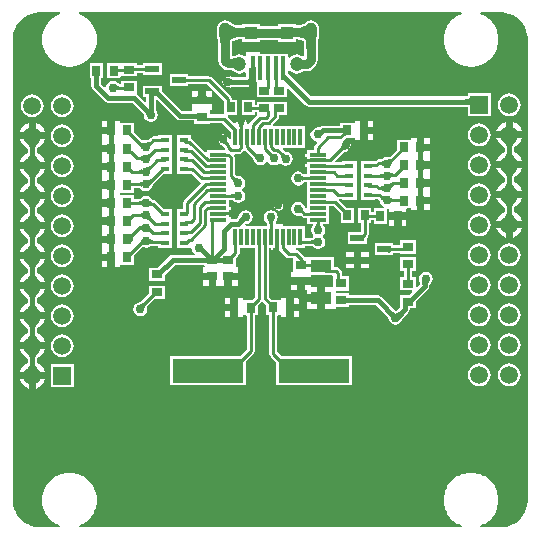
<source format=gtl>
G04*
G04 #@! TF.GenerationSoftware,Altium Limited,Altium Designer,20.0.2 (26)*
G04*
G04 Layer_Physical_Order=1*
G04 Layer_Color=255*
%FSLAX25Y25*%
%MOIN*%
G70*
G01*
G75*
%ADD13C,0.01000*%
%ADD14R,0.02756X0.03543*%
%ADD15R,0.03543X0.02756*%
%ADD16R,0.01575X0.07874*%
%ADD17R,0.01181X0.05807*%
%ADD18R,0.04331X0.04331*%
%ADD19R,0.03543X0.03150*%
%ADD20R,0.05807X0.01181*%
%ADD21R,0.23622X0.07874*%
%ADD22R,0.03150X0.03543*%
%ADD23R,0.03150X0.01772*%
%ADD24R,0.04528X0.02362*%
%ADD25R,0.06693X0.04331*%
%ADD42C,0.01500*%
%ADD43C,0.01100*%
%ADD44C,0.01200*%
%ADD45C,0.03000*%
%ADD46C,0.01800*%
%ADD47R,0.05906X0.05906*%
%ADD48C,0.05906*%
%ADD49O,0.03937X0.06299*%
%ADD50C,0.04724*%
%ADD51C,0.03000*%
G36*
X167120Y174231D02*
X168263Y173925D01*
X169357Y173472D01*
X170383Y172880D01*
X171322Y172159D01*
X172159Y171322D01*
X172880Y170383D01*
X173472Y169357D01*
X173925Y168264D01*
X174231Y167120D01*
X174386Y165946D01*
Y165354D01*
Y11811D01*
Y11219D01*
X174231Y10045D01*
X173925Y8902D01*
X173472Y7808D01*
X172880Y6783D01*
X172159Y5844D01*
X171322Y5006D01*
X170383Y4286D01*
X169357Y3694D01*
X168264Y3241D01*
X167120Y2934D01*
X165946Y2780D01*
X158739D01*
X158640Y3280D01*
X159559Y3661D01*
X159795Y3797D01*
X160040Y3918D01*
X161072Y4607D01*
X161277Y4787D01*
X161493Y4953D01*
X162370Y5830D01*
X162536Y6046D01*
X162716Y6251D01*
X163405Y7283D01*
X163526Y7527D01*
X163662Y7763D01*
X164137Y8910D01*
X164208Y9173D01*
X164295Y9431D01*
X164537Y10648D01*
X164555Y10920D01*
X164591Y11191D01*
Y12431D01*
X164555Y12702D01*
X164537Y12974D01*
X164295Y14191D01*
X164208Y14449D01*
X164137Y14712D01*
X163662Y15859D01*
X163526Y16095D01*
X163405Y16339D01*
X162716Y17371D01*
X162536Y17576D01*
X162370Y17792D01*
X161493Y18669D01*
X161276Y18835D01*
X161072Y19015D01*
X160040Y19704D01*
X159795Y19825D01*
X159559Y19961D01*
X158413Y20436D01*
X158150Y20507D01*
X157891Y20594D01*
X156675Y20836D01*
X156402Y20854D01*
X156132Y20890D01*
X154891D01*
X154621Y20854D01*
X154349Y20836D01*
X153132Y20594D01*
X152874Y20507D01*
X152611Y20436D01*
X151464Y19961D01*
X151228Y19825D01*
X150984Y19704D01*
X149952Y19015D01*
X149747Y18835D01*
X149531Y18669D01*
X148653Y17792D01*
X148487Y17576D01*
X148308Y17371D01*
X147618Y16339D01*
X147498Y16095D01*
X147361Y15858D01*
X146887Y14712D01*
X146816Y14449D01*
X146728Y14191D01*
X146486Y12974D01*
X146468Y12702D01*
X146433Y12431D01*
Y11191D01*
X146468Y10920D01*
X146486Y10648D01*
X146728Y9431D01*
X146816Y9173D01*
X146887Y8910D01*
X147361Y7763D01*
X147498Y7527D01*
X147618Y7283D01*
X148308Y6251D01*
X148487Y6046D01*
X148653Y5830D01*
X149531Y4953D01*
X149747Y4787D01*
X149952Y4607D01*
X150984Y3918D01*
X151228Y3797D01*
X151464Y3661D01*
X152384Y3280D01*
X152285Y2780D01*
X24881D01*
X24781Y3280D01*
X25701Y3661D01*
X25937Y3797D01*
X26182Y3918D01*
X27213Y4607D01*
X27418Y4787D01*
X27635Y4953D01*
X28512Y5830D01*
X28678Y6046D01*
X28858Y6251D01*
X29547Y7283D01*
X29668Y7527D01*
X29804Y7763D01*
X30279Y8910D01*
X30349Y9173D01*
X30437Y9431D01*
X30679Y10648D01*
X30697Y10920D01*
X30732Y11191D01*
Y12431D01*
X30697Y12702D01*
X30679Y12974D01*
X30437Y14191D01*
X30349Y14449D01*
X30279Y14712D01*
X29804Y15859D01*
X29668Y16095D01*
X29547Y16339D01*
X28858Y17371D01*
X28678Y17576D01*
X28512Y17792D01*
X27635Y18669D01*
X27418Y18835D01*
X27213Y19015D01*
X26182Y19704D01*
X25937Y19825D01*
X25701Y19961D01*
X24555Y20436D01*
X24291Y20507D01*
X24033Y20594D01*
X22816Y20836D01*
X22544Y20854D01*
X22274Y20890D01*
X21033D01*
X20763Y20854D01*
X20491Y20836D01*
X19274Y20594D01*
X19016Y20507D01*
X18752Y20436D01*
X17606Y19961D01*
X17370Y19825D01*
X17125Y19704D01*
X16094Y19015D01*
X15889Y18835D01*
X15673Y18669D01*
X14795Y17792D01*
X14629Y17576D01*
X14449Y17371D01*
X13760Y16339D01*
X13640Y16095D01*
X13503Y15858D01*
X13028Y14712D01*
X12958Y14449D01*
X12870Y14191D01*
X12628Y12974D01*
X12610Y12702D01*
X12575Y12431D01*
Y11191D01*
X12610Y10920D01*
X12628Y10648D01*
X12870Y9431D01*
X12958Y9173D01*
X13028Y8910D01*
X13503Y7763D01*
X13640Y7527D01*
X13760Y7283D01*
X14449Y6251D01*
X14629Y6046D01*
X14795Y5830D01*
X15673Y4953D01*
X15889Y4787D01*
X16094Y4607D01*
X17125Y3918D01*
X17370Y3797D01*
X17606Y3661D01*
X18526Y3280D01*
X18426Y2780D01*
X11219D01*
X10045Y2934D01*
X8902Y3241D01*
X7808Y3694D01*
X6783Y4286D01*
X5844Y5006D01*
X5006Y5843D01*
X4286Y6783D01*
X3694Y7808D01*
X3241Y8902D01*
X2934Y10045D01*
X2780Y11219D01*
Y11811D01*
Y165354D01*
Y165946D01*
X2934Y167120D01*
X3241Y168263D01*
X3694Y169357D01*
X4286Y170383D01*
X5006Y171322D01*
X5843Y172159D01*
X6783Y172880D01*
X7808Y173472D01*
X8902Y173925D01*
X10045Y174231D01*
X11219Y174386D01*
X18426D01*
X18526Y173886D01*
X17606Y173505D01*
X17370Y173368D01*
X17125Y173248D01*
X16094Y172558D01*
X15889Y172379D01*
X15673Y172213D01*
X14795Y171335D01*
X14629Y171119D01*
X14449Y170914D01*
X13760Y169882D01*
X13640Y169638D01*
X13503Y169402D01*
X13028Y168255D01*
X12958Y167992D01*
X12870Y167734D01*
X12628Y166517D01*
X12610Y166245D01*
X12575Y165975D01*
Y164734D01*
X12610Y164464D01*
X12628Y164192D01*
X12870Y162975D01*
X12958Y162716D01*
X13028Y162453D01*
X13503Y161307D01*
X13640Y161071D01*
X13760Y160826D01*
X14449Y159794D01*
X14629Y159590D01*
X14795Y159373D01*
X15673Y158496D01*
X15889Y158330D01*
X16094Y158150D01*
X17125Y157461D01*
X17370Y157340D01*
X17606Y157204D01*
X18752Y156729D01*
X19016Y156658D01*
X19274Y156571D01*
X20491Y156329D01*
X20763Y156311D01*
X21033Y156275D01*
X22274D01*
X22544Y156311D01*
X22816Y156329D01*
X24033Y156571D01*
X24292Y156659D01*
X24555Y156729D01*
X25701Y157204D01*
X25937Y157340D01*
X26182Y157461D01*
X27213Y158150D01*
X27418Y158330D01*
X27635Y158496D01*
X28512Y159373D01*
X28678Y159590D01*
X28858Y159794D01*
X29547Y160826D01*
X29668Y161071D01*
X29804Y161307D01*
X30279Y162453D01*
X30349Y162716D01*
X30437Y162975D01*
X30679Y164192D01*
X30697Y164464D01*
X30732Y164734D01*
Y165975D01*
X30697Y166245D01*
X30679Y166517D01*
X30437Y167734D01*
X30349Y167992D01*
X30279Y168255D01*
X29804Y169402D01*
X29668Y169638D01*
X29547Y169882D01*
X28858Y170914D01*
X28678Y171119D01*
X28512Y171335D01*
X27635Y172213D01*
X27418Y172379D01*
X27213Y172558D01*
X26182Y173248D01*
X25937Y173368D01*
X25701Y173505D01*
X24781Y173886D01*
X24881Y174386D01*
X152285D01*
X152384Y173886D01*
X151464Y173505D01*
X151228Y173368D01*
X150984Y173248D01*
X149952Y172558D01*
X149747Y172379D01*
X149531Y172213D01*
X148653Y171335D01*
X148487Y171119D01*
X148308Y170914D01*
X147618Y169882D01*
X147498Y169638D01*
X147361Y169402D01*
X146887Y168255D01*
X146816Y167992D01*
X146728Y167734D01*
X146486Y166517D01*
X146468Y166245D01*
X146433Y165975D01*
Y164734D01*
X146468Y164464D01*
X146486Y164192D01*
X146728Y162975D01*
X146816Y162716D01*
X146887Y162453D01*
X147361Y161307D01*
X147498Y161071D01*
X147618Y160826D01*
X148308Y159794D01*
X148487Y159590D01*
X148653Y159373D01*
X149531Y158496D01*
X149747Y158330D01*
X149952Y158150D01*
X150984Y157461D01*
X151228Y157340D01*
X151464Y157204D01*
X152611Y156729D01*
X152874Y156658D01*
X153132Y156571D01*
X154349Y156329D01*
X154621Y156311D01*
X154891Y156275D01*
X156132D01*
X156403Y156311D01*
X156675Y156329D01*
X157891Y156571D01*
X158150Y156659D01*
X158413Y156729D01*
X159559Y157204D01*
X159795Y157340D01*
X160040Y157461D01*
X161072Y158150D01*
X161277Y158330D01*
X161493Y158496D01*
X162370Y159373D01*
X162536Y159590D01*
X162716Y159794D01*
X163405Y160826D01*
X163526Y161071D01*
X163662Y161307D01*
X164137Y162453D01*
X164208Y162716D01*
X164295Y162975D01*
X164537Y164192D01*
X164555Y164464D01*
X164591Y164734D01*
Y165975D01*
X164555Y166245D01*
X164537Y166517D01*
X164295Y167734D01*
X164208Y167992D01*
X164137Y168255D01*
X163662Y169402D01*
X163526Y169638D01*
X163405Y169882D01*
X162716Y170914D01*
X162536Y171119D01*
X162370Y171335D01*
X161493Y172213D01*
X161276Y172379D01*
X161072Y172558D01*
X160040Y173248D01*
X159795Y173368D01*
X159559Y173505D01*
X158640Y173886D01*
X158739Y174386D01*
X165946D01*
X167120Y174231D01*
D02*
G37*
%LPC*%
G36*
X102134Y171666D02*
X101411Y171571D01*
X100854Y171340D01*
X100835Y171337D01*
X100820Y171326D01*
X100738Y171292D01*
X100683Y171250D01*
X100670Y171244D01*
X100324Y170994D01*
X99994Y170785D01*
X99661Y170601D01*
X99324Y170443D01*
X98984Y170310D01*
X98640Y170202D01*
X98290Y170118D01*
X97934Y170057D01*
X97740Y170038D01*
X97009D01*
Y170541D01*
X91078D01*
Y169920D01*
X85197D01*
Y170541D01*
X79266D01*
Y170038D01*
X77984D01*
X77790Y170057D01*
X77434Y170118D01*
X77084Y170202D01*
X76740Y170310D01*
X76400Y170443D01*
X76063Y170601D01*
X75730Y170785D01*
X75400Y170994D01*
X75054Y171244D01*
X75041Y171250D01*
X74986Y171292D01*
X74905Y171326D01*
X74889Y171337D01*
X74870Y171340D01*
X74313Y171571D01*
X73590Y171666D01*
X72867Y171571D01*
X72194Y171292D01*
X71615Y170849D01*
X71172Y170270D01*
X70893Y169597D01*
X70798Y168874D01*
Y166512D01*
X70893Y165789D01*
X71116Y165251D01*
X71245Y163227D01*
Y158300D01*
X71424Y157402D01*
X71932Y156641D01*
X72751Y155822D01*
X73512Y155314D01*
X74410Y155135D01*
X75609D01*
X75819Y155114D01*
X75896Y155100D01*
X76060Y154887D01*
X76720Y154380D01*
X77490Y154061D01*
X78315Y153952D01*
X79141Y154061D01*
X79910Y154380D01*
X80008Y154455D01*
X80457Y154234D01*
Y152761D01*
X76118D01*
X76069Y152767D01*
X75987Y152780D01*
X75924Y152795D01*
X75878Y152808D01*
X75852Y152819D01*
X75847Y152822D01*
X75825Y152841D01*
X75709Y152910D01*
X75596Y152985D01*
X75572Y152989D01*
X75551Y153002D01*
X75416Y153020D01*
X75284Y153047D01*
X75260Y153042D01*
X75235Y153045D01*
X75104Y153011D01*
X74972Y152985D01*
X74951Y152971D01*
X74928Y152965D01*
X74820Y152883D01*
X74707Y152808D01*
X74693Y152787D01*
X74674Y152773D01*
X74667Y152761D01*
X74213D01*
X73608Y152641D01*
X73095Y152299D01*
X72752Y151786D01*
X72632Y151181D01*
X72752Y150576D01*
X73095Y150064D01*
X73608Y149721D01*
X74213Y149601D01*
X74667D01*
X74674Y149590D01*
X74693Y149575D01*
X74707Y149554D01*
X74820Y149479D01*
X74928Y149397D01*
X74951Y149391D01*
X74972Y149378D01*
X75104Y149351D01*
X75235Y149317D01*
X75260Y149320D01*
X75284Y149315D01*
X75416Y149342D01*
X75551Y149360D01*
X75572Y149373D01*
X75596Y149378D01*
X75709Y149453D01*
X75825Y149521D01*
X75847Y149540D01*
X75852Y149543D01*
X75878Y149554D01*
X75924Y149568D01*
X75987Y149582D01*
X76059Y149594D01*
X76142Y149601D01*
X81193D01*
X81494Y149661D01*
Y155882D01*
X83715D01*
Y151145D01*
X83994D01*
Y150410D01*
X84043Y150406D01*
Y146050D01*
X94107D01*
Y148926D01*
X94569Y149117D01*
X100273Y143413D01*
X100836Y143037D01*
X101499Y142905D01*
X101499Y142905D01*
X153934D01*
X154077Y142893D01*
X154279Y142859D01*
X154427Y142820D01*
X154515Y142784D01*
Y139830D01*
X162021D01*
Y147335D01*
X154515D01*
Y146493D01*
X154427Y146457D01*
X154279Y146418D01*
X154077Y146384D01*
X153934Y146372D01*
X102217D01*
X94568Y154021D01*
Y154829D01*
X95068Y154999D01*
X95154Y154887D01*
X95814Y154380D01*
X96583Y154061D01*
X97409Y153952D01*
X98234Y154061D01*
X99003Y154380D01*
X99475Y154742D01*
X100787D01*
X101685Y154920D01*
X102446Y155428D01*
X103792Y156775D01*
X103792Y156775D01*
X104301Y157536D01*
X104479Y158433D01*
Y163985D01*
X104523Y164804D01*
X104545Y165005D01*
X104567Y165138D01*
X104572Y165160D01*
X104577Y165169D01*
X104581Y165184D01*
X104586Y165197D01*
X104597Y165213D01*
X104600Y165231D01*
X104831Y165789D01*
X104926Y166512D01*
Y168874D01*
X104831Y169597D01*
X104552Y170270D01*
X104109Y170849D01*
X103530Y171292D01*
X102857Y171571D01*
X102134Y171666D01*
D02*
G37*
G36*
X38595Y157493D02*
Y157493D01*
X38478Y157493D01*
X34239D01*
Y152350D01*
X38595D01*
Y152820D01*
X38964Y153137D01*
X44107D01*
Y154072D01*
X46231D01*
Y153499D01*
X52359D01*
Y157461D01*
X46231D01*
Y156723D01*
X44107D01*
Y157493D01*
X39081D01*
X38964Y157493D01*
Y157493D01*
X38595Y157493D01*
D02*
G37*
G36*
X69035Y148094D02*
X67014D01*
Y146270D01*
X69035D01*
Y148094D01*
D02*
G37*
G36*
X64514D02*
X62492D01*
Y146270D01*
X64514D01*
Y148094D01*
D02*
G37*
G36*
X168268Y147368D02*
X167288Y147239D01*
X166375Y146861D01*
X165591Y146259D01*
X164990Y145475D01*
X164612Y144562D01*
X164483Y143583D01*
X164612Y142603D01*
X164990Y141690D01*
X165591Y140906D01*
X166375Y140305D01*
X167288Y139927D01*
X168268Y139797D01*
X169247Y139927D01*
X170160Y140305D01*
X170944Y140906D01*
X171546Y141690D01*
X171924Y142603D01*
X172053Y143583D01*
X171924Y144562D01*
X171546Y145475D01*
X170944Y146259D01*
X170160Y146861D01*
X169247Y147239D01*
X168268Y147368D01*
D02*
G37*
G36*
X19291Y147053D02*
X18312Y146924D01*
X17399Y146546D01*
X16615Y145944D01*
X16013Y145160D01*
X15635Y144247D01*
X15506Y143268D01*
X15635Y142288D01*
X16013Y141375D01*
X16615Y140591D01*
X17399Y139990D01*
X18312Y139612D01*
X19291Y139483D01*
X20271Y139612D01*
X21184Y139990D01*
X21968Y140591D01*
X22569Y141375D01*
X22948Y142288D01*
X23076Y143268D01*
X22948Y144247D01*
X22569Y145160D01*
X21968Y145944D01*
X21184Y146546D01*
X20271Y146924D01*
X19291Y147053D01*
D02*
G37*
G36*
X9291D02*
X8312Y146924D01*
X7399Y146546D01*
X6615Y145944D01*
X6013Y145160D01*
X5635Y144247D01*
X5506Y143268D01*
X5635Y142288D01*
X6013Y141375D01*
X6615Y140591D01*
X7399Y139990D01*
X8312Y139612D01*
X9291Y139483D01*
X10271Y139612D01*
X11184Y139990D01*
X11968Y140591D01*
X12569Y141375D01*
X12947Y142288D01*
X13077Y143268D01*
X12947Y144247D01*
X12569Y145160D01*
X11968Y145944D01*
X11184Y146546D01*
X10271Y146924D01*
X9291Y147053D01*
D02*
G37*
G36*
X122898Y138295D02*
X121073D01*
Y136274D01*
X122898D01*
Y138295D01*
D02*
G37*
G36*
X34183Y138283D02*
X32358D01*
Y136261D01*
X34183D01*
Y138283D01*
D02*
G37*
G36*
X169518Y137884D02*
Y134833D01*
X172570D01*
X172157Y135828D01*
X171443Y136758D01*
X170513Y137472D01*
X169518Y137884D01*
D02*
G37*
G36*
X167018D02*
X166022Y137472D01*
X165092Y136758D01*
X164378Y135828D01*
X163966Y134833D01*
X167018D01*
Y137884D01*
D02*
G37*
G36*
X10541Y137570D02*
Y134518D01*
X13593D01*
X13181Y135513D01*
X12467Y136443D01*
X11537Y137157D01*
X10541Y137570D01*
D02*
G37*
G36*
X8041D02*
X7046Y137157D01*
X6116Y136443D01*
X5402Y135513D01*
X4989Y134518D01*
X8041D01*
Y137570D01*
D02*
G37*
G36*
X32690Y157493D02*
X28334D01*
Y152350D01*
X28931D01*
Y149803D01*
X29052Y149198D01*
X29394Y148686D01*
X33331Y144749D01*
X33844Y144406D01*
X34449Y144286D01*
X42456D01*
X46354Y140387D01*
X46385Y140349D01*
X46433Y140282D01*
X46468Y140226D01*
X46482Y140200D01*
X46474Y140157D01*
X46652Y139260D01*
X47161Y138499D01*
X47921Y137991D01*
X48819Y137812D01*
X49716Y137991D01*
X50477Y138499D01*
X50985Y139260D01*
X51164Y140157D01*
X50985Y141055D01*
X50477Y141816D01*
X50441Y141840D01*
X50432Y141869D01*
X50418Y141932D01*
X50406Y142004D01*
X50399Y142087D01*
Y145090D01*
X50861Y145282D01*
X57359Y138784D01*
X57872Y138442D01*
X58476Y138321D01*
X63192D01*
Y137133D01*
X68335D01*
Y137600D01*
X72562D01*
X75578Y134584D01*
Y132077D01*
X75087Y132058D01*
X75034Y132191D01*
X74986Y132325D01*
X74974Y132337D01*
X74968Y132353D01*
X74868Y132455D01*
X74772Y132561D01*
X74757Y132568D01*
X74745Y132580D01*
X74613Y132636D01*
X74484Y132697D01*
X74467Y132697D01*
X74452Y132704D01*
X74309Y132705D01*
X74297Y132706D01*
X74172Y132893D01*
X73808Y133257D01*
X73361Y133555D01*
X72835Y133660D01*
X72308Y133555D01*
X71861Y133257D01*
X71563Y132810D01*
X71458Y132283D01*
Y131699D01*
X71563Y131172D01*
X71692Y130979D01*
X71687Y130869D01*
X71677Y130718D01*
X71679Y130711D01*
X71679Y130704D01*
X71730Y130561D01*
X71779Y130417D01*
X71784Y130411D01*
X71786Y130405D01*
X71889Y130292D01*
X71989Y130177D01*
X71996Y130174D01*
X72000Y130169D01*
X72138Y130104D01*
X72275Y130037D01*
X72387Y130007D01*
X72475Y129978D01*
X72559Y129945D01*
X72641Y129908D01*
X72720Y129866D01*
X72796Y129820D01*
X72872Y129769D01*
X72943Y129715D01*
X73236Y129421D01*
X73335Y128926D01*
X73379Y128859D01*
X73112Y128359D01*
X67407D01*
Y127867D01*
X66945Y127676D01*
X62581Y132040D01*
X62492Y132099D01*
X62347Y132244D01*
X62217Y132331D01*
Y133379D01*
X57468D01*
Y130007D01*
Y126857D01*
Y123708D01*
Y120558D01*
X62217D01*
X62217Y120558D01*
Y120558D01*
X62626Y120342D01*
X64811Y118157D01*
X65241Y117870D01*
X65292Y117860D01*
X65456Y117317D01*
X59980Y111841D01*
X59693Y111411D01*
X59592Y110904D01*
Y108772D01*
X57468D01*
Y105401D01*
Y102251D01*
Y99102D01*
Y95952D01*
X61985D01*
X62284Y95868D01*
X62516Y95576D01*
X62646Y94920D01*
X63155Y94159D01*
X63467Y93950D01*
X63315Y93450D01*
X56043D01*
X55439Y93330D01*
X54926Y92988D01*
X51124Y89186D01*
X48216D01*
Y84830D01*
X53359D01*
Y86951D01*
X56698Y90290D01*
X66382D01*
X66684Y89987D01*
X66627Y89481D01*
X66261Y89433D01*
X66035D01*
Y87608D01*
X69307D01*
Y86358D01*
X70557D01*
Y83284D01*
X73175D01*
Y86358D01*
X74425D01*
Y87608D01*
X77697D01*
Y89433D01*
X77471D01*
X76997Y89495D01*
X76997Y89933D01*
Y92298D01*
X77942Y93243D01*
X78240Y93690D01*
X78345Y94217D01*
Y95753D01*
X83517D01*
Y79529D01*
X82528Y78540D01*
X79653Y78540D01*
X79590Y79014D01*
Y79240D01*
X77766D01*
Y75968D01*
Y72697D01*
X79590D01*
Y72923D01*
X79653Y73397D01*
X80348Y73397D01*
X80702Y73043D01*
Y61907D01*
X78453Y59658D01*
X55106D01*
Y50184D01*
X80327D01*
Y57784D01*
X82965Y60421D01*
X83252Y60851D01*
X83353Y61358D01*
Y73397D01*
X84402D01*
Y76666D01*
X85503Y77767D01*
X85810Y78022D01*
X86188Y77760D01*
X87251Y76697D01*
Y73428D01*
X88301D01*
Y60571D01*
X88401Y60064D01*
X88689Y59634D01*
X90539Y57784D01*
Y50184D01*
X115761D01*
Y59658D01*
X92413D01*
X90951Y61120D01*
Y73075D01*
X91305Y73428D01*
X92001Y73428D01*
X92063Y72954D01*
Y72728D01*
X93888D01*
Y76000D01*
Y79272D01*
X92063D01*
Y79046D01*
X92001Y78572D01*
X91563Y78572D01*
X89126D01*
X88137Y79561D01*
Y95753D01*
X88657D01*
Y95053D01*
X89498D01*
Y95753D01*
X90170D01*
Y99457D01*
X91326D01*
Y95753D01*
X91385D01*
X91473Y95311D01*
X91645Y95053D01*
X91645D01*
X91771Y94865D01*
X93712Y92924D01*
X93712Y92924D01*
X94158Y92626D01*
X94685Y92521D01*
X94685Y92521D01*
X96263D01*
Y87920D01*
X95789Y87858D01*
X95563D01*
Y86033D01*
X102106D01*
Y86771D01*
X106994D01*
X107127Y86744D01*
X109261D01*
X109617Y86398D01*
Y82772D01*
X106762D01*
Y79106D01*
Y75441D01*
X110358D01*
Y76137D01*
X114761D01*
Y76931D01*
X123786D01*
X127850Y72868D01*
X127881Y72829D01*
X127929Y72762D01*
X127964Y72707D01*
X127978Y72680D01*
X127970Y72638D01*
X128148Y71740D01*
X128657Y70980D01*
X129418Y70471D01*
X130315Y70293D01*
X131212Y70471D01*
X131973Y70980D01*
X132482Y71740D01*
X132558Y72124D01*
X132584Y72179D01*
X132590Y72206D01*
X132594Y72215D01*
X132664Y72328D01*
X132697Y72372D01*
X132818Y72512D01*
X134545Y74239D01*
X134887Y74752D01*
X135008Y75356D01*
Y75775D01*
X137021D01*
Y77896D01*
X141185Y82060D01*
X141527Y82573D01*
X141648Y83178D01*
Y83561D01*
X141655Y83616D01*
X141668Y83682D01*
X141681Y83727D01*
X141686Y83740D01*
X141715Y83773D01*
X142013Y83972D01*
X142521Y84733D01*
X142699Y85630D01*
X142521Y86527D01*
X142013Y87288D01*
X141252Y87796D01*
X140354Y87975D01*
X139457Y87796D01*
X138696Y87288D01*
X138188Y86527D01*
X138009Y85630D01*
X138188Y84733D01*
X138399Y84417D01*
X138418Y84362D01*
X138432Y84338D01*
X138435Y84329D01*
X138466Y84198D01*
X138474Y84144D01*
X138487Y83962D01*
Y83832D01*
X137482Y82828D01*
X137021Y83019D01*
Y86036D01*
X135774D01*
Y88235D01*
X137005D01*
Y92985D01*
X131861D01*
Y88235D01*
X133123D01*
Y86036D01*
X131877D01*
Y81680D01*
X135682D01*
X135873Y81218D01*
X134785Y80131D01*
X131877D01*
Y77478D01*
X131847Y77325D01*
Y76011D01*
X130855Y75019D01*
X130811Y74985D01*
X130754Y74948D01*
X130713Y74925D01*
X130699Y74919D01*
X130655Y74915D01*
X130315Y74983D01*
X130273Y74975D01*
X130246Y74989D01*
X130191Y75023D01*
X130131Y75066D01*
X130068Y75120D01*
X125558Y79629D01*
X125046Y79972D01*
X124441Y80092D01*
X114761D01*
Y80887D01*
X110358D01*
Y81649D01*
X114761D01*
Y86398D01*
X112597D01*
Y87348D01*
X112597Y87348D01*
X112492Y87875D01*
X112194Y88321D01*
X111421Y89094D01*
X110974Y89393D01*
X110447Y89497D01*
X109658D01*
Y92702D01*
X101365D01*
Y92670D01*
X100144D01*
X99989Y92902D01*
X98020Y94871D01*
X97574Y95169D01*
X97153Y95253D01*
X97202Y95753D01*
X100013D01*
Y96509D01*
X102339D01*
X102356Y96507D01*
X102421Y96494D01*
X102484Y96475D01*
X102546Y96451D01*
X102608Y96420D01*
X102672Y96382D01*
X102737Y96335D01*
X102796Y96286D01*
X102869Y96176D01*
X103630Y95668D01*
X104528Y95490D01*
X105425Y95668D01*
X106186Y96176D01*
X106694Y96937D01*
X106873Y97835D01*
X106694Y98732D01*
X106186Y99493D01*
X106096Y99553D01*
Y100053D01*
X106186Y100113D01*
X106694Y100874D01*
X106873Y101772D01*
X106694Y102669D01*
X106186Y103430D01*
X106306Y103851D01*
X106356Y103902D01*
X106386Y103924D01*
X108184D01*
Y105893D01*
Y109895D01*
X109490D01*
X111995Y107390D01*
Y104121D01*
X116351D01*
Y109265D01*
X113870D01*
X111377Y111757D01*
X111584Y112257D01*
X112586D01*
Y111897D01*
X117335D01*
Y115047D01*
Y118196D01*
Y121346D01*
Y124717D01*
X112586D01*
Y124357D01*
X110421D01*
X110230Y124819D01*
X113173Y127761D01*
X113182Y127769D01*
X113231Y127800D01*
X113274Y127823D01*
X113313Y127838D01*
X113349Y127848D01*
X113386Y127854D01*
X113425Y127856D01*
X113471Y127854D01*
X113562Y127840D01*
X113706Y127847D01*
X113850Y127849D01*
X113864Y127855D01*
X113880Y127855D01*
X114010Y127917D01*
X114143Y127973D01*
X114154Y127984D01*
X114168Y127991D01*
X114265Y128097D01*
X114366Y128200D01*
X114372Y128215D01*
X114382Y128226D01*
X114431Y128362D01*
X114485Y128496D01*
X114485Y128511D01*
X114490Y128526D01*
X114483Y128670D01*
X114482Y128791D01*
X114523Y128799D01*
X114986Y129109D01*
X115295Y129572D01*
X115404Y130118D01*
X115295Y130664D01*
X114986Y131128D01*
X114523Y131437D01*
X113976Y131545D01*
X113583D01*
X113463Y131522D01*
X113216Y131983D01*
X113686Y132452D01*
X116686Y132452D01*
X116748Y131978D01*
Y131752D01*
X118573D01*
Y135024D01*
X119823D01*
D01*
X118573D01*
Y138295D01*
X116748D01*
Y138069D01*
X116686Y137595D01*
X116248Y137595D01*
X111936D01*
Y136604D01*
X106099D01*
X105494Y136484D01*
X105088Y136213D01*
X105086Y136211D01*
X105084Y136210D01*
X104981Y136141D01*
X104761Y135921D01*
X104331Y136006D01*
X103433Y135828D01*
X102673Y135320D01*
X102164Y134559D01*
X101986Y133661D01*
X102164Y132764D01*
X102673Y132003D01*
X103433Y131495D01*
X103938Y131395D01*
X104102Y130852D01*
X103507Y130257D01*
X103209Y129810D01*
X103104Y129283D01*
Y128359D01*
X100777D01*
Y127091D01*
X100077D01*
Y126250D01*
X100777D01*
Y125578D01*
X104480D01*
Y124422D01*
X100777D01*
Y123750D01*
X100077D01*
Y122909D01*
X100777D01*
Y120371D01*
X100101D01*
X100083Y120373D01*
X100016Y120387D01*
X99949Y120406D01*
X99883Y120431D01*
X99817Y120462D01*
X99749Y120501D01*
X99679Y120548D01*
X99644Y120575D01*
X99591Y120654D01*
X98830Y121163D01*
X97933Y121341D01*
X97036Y121163D01*
X96275Y120654D01*
X95767Y119894D01*
X95588Y118996D01*
X95767Y118099D01*
X96275Y117338D01*
X97036Y116830D01*
X97933Y116651D01*
X98830Y116830D01*
X99591Y117338D01*
X99681Y117472D01*
X99704Y117495D01*
X99767Y117551D01*
X99827Y117596D01*
X99886Y117633D01*
X99944Y117663D01*
X100002Y117686D01*
X100061Y117704D01*
X100124Y117718D01*
X100141Y117720D01*
X100777D01*
Y113767D01*
Y109455D01*
X100391Y109190D01*
X100120Y109290D01*
X100109Y109320D01*
X100075Y109444D01*
X100056Y109482D01*
X100001Y109756D01*
X99493Y110517D01*
X98732Y111025D01*
X97835Y111203D01*
X96937Y111025D01*
X96176Y110517D01*
X95668Y109756D01*
X95490Y108858D01*
X95668Y107961D01*
X96176Y107200D01*
X96937Y106692D01*
X97835Y106513D01*
X98344Y106614D01*
X98412Y106616D01*
X98510Y106638D01*
X98561Y106645D01*
X98602Y106646D01*
X98637Y106642D01*
X98667Y106636D01*
X98698Y106626D01*
X98732Y106610D01*
X98771Y106586D01*
X98782Y106578D01*
X99013Y106346D01*
X99443Y106059D01*
X99951Y105958D01*
X100777D01*
Y103924D01*
X102670D01*
X102700Y103902D01*
X102749Y103851D01*
X102869Y103430D01*
X102361Y102669D01*
X102182Y101772D01*
X102361Y100874D01*
X102869Y100113D01*
X102960Y100053D01*
Y99553D01*
X102869Y99493D01*
X102796Y99383D01*
X102737Y99334D01*
X102672Y99287D01*
X102608Y99250D01*
X102546Y99219D01*
X102484Y99194D01*
X102421Y99176D01*
X102356Y99162D01*
X102339Y99160D01*
X100013D01*
Y103160D01*
X92839D01*
Y103860D01*
X90603D01*
X90600Y103861D01*
X90561Y103878D01*
X90513Y103907D01*
X90486Y103931D01*
X90438Y104435D01*
X90438Y104444D01*
X90946Y105205D01*
X91125Y106102D01*
X90946Y107000D01*
X90438Y107761D01*
X89677Y108269D01*
X88779Y108447D01*
X87882Y108269D01*
X87121Y107761D01*
X86613Y107000D01*
X86435Y106102D01*
X86613Y105205D01*
X87121Y104444D01*
X87231Y104371D01*
X87280Y104312D01*
X87327Y104246D01*
X87365Y104183D01*
X87395Y104121D01*
X87420Y104059D01*
X87438Y103996D01*
X87452Y103931D01*
X87454Y103913D01*
Y103160D01*
X80415D01*
X80184Y103660D01*
X80242Y103729D01*
X80347Y103708D01*
X81244Y103887D01*
X82005Y104395D01*
X82514Y105156D01*
X82692Y106053D01*
X82514Y106951D01*
X82005Y107711D01*
X81244Y108220D01*
X80347Y108398D01*
X79450Y108220D01*
X78689Y107711D01*
X78180Y106951D01*
X78106Y106579D01*
X78081Y106525D01*
X78074Y106499D01*
X78070Y106490D01*
X78000Y106376D01*
X77966Y106332D01*
X77847Y106194D01*
X77144Y105491D01*
X75564D01*
X75514Y105532D01*
Y106034D01*
X74814D01*
Y106706D01*
X71110D01*
Y107861D01*
X74814D01*
Y108534D01*
X75514D01*
Y109374D01*
X74814D01*
Y111864D01*
X75764D01*
X75781Y111861D01*
X75846Y111848D01*
X75909Y111829D01*
X75971Y111805D01*
X76033Y111774D01*
X76097Y111736D01*
X76162Y111690D01*
X76221Y111641D01*
X76295Y111531D01*
X77055Y111022D01*
X77953Y110844D01*
X78850Y111022D01*
X79611Y111531D01*
X80119Y112292D01*
X80298Y113189D01*
X80119Y114086D01*
X79611Y114847D01*
X79226Y115104D01*
Y115604D01*
X79611Y115861D01*
X80119Y116622D01*
X80298Y117520D01*
X80119Y118417D01*
X79611Y119178D01*
X78850Y119686D01*
X77953Y119865D01*
X77752Y119825D01*
X77745Y119826D01*
X77630Y119818D01*
X77555Y119819D01*
X77487Y119826D01*
X77428Y119837D01*
X77373Y119853D01*
X77322Y119873D01*
X77273Y119898D01*
X77223Y119930D01*
X77210Y119940D01*
X76719Y120431D01*
Y126049D01*
X76618Y126556D01*
X76525Y126697D01*
X76792Y127197D01*
X78118D01*
X78645Y127302D01*
X79092Y127600D01*
X79882Y128391D01*
X80325Y128169D01*
X82622Y125871D01*
X82706Y125767D01*
X82748Y125706D01*
X82858Y125514D01*
X82897Y125434D01*
X82990Y125203D01*
X83032Y125079D01*
X83032Y125078D01*
X83070Y124890D01*
X83578Y124129D01*
X84339Y123621D01*
X85236Y123442D01*
X86134Y123621D01*
X86894Y124129D01*
X87199Y124585D01*
X87801D01*
X88106Y124129D01*
X88866Y123621D01*
X89764Y123442D01*
X90661Y123621D01*
X91344Y124077D01*
X91655Y124129D01*
X91911D01*
X92043Y123932D01*
X92803Y123424D01*
X93701Y123246D01*
X94598Y123424D01*
X95359Y123932D01*
X95867Y124693D01*
X96046Y125591D01*
X95867Y126488D01*
X95359Y127249D01*
X94598Y127757D01*
X93984Y127879D01*
X93941Y127894D01*
X93866Y127903D01*
X93701Y127936D01*
X93690Y127933D01*
X93623Y127950D01*
X93541Y127977D01*
X93464Y128007D01*
X93394Y128041D01*
X93328Y128080D01*
X93266Y128122D01*
X93253Y128133D01*
X92724Y128661D01*
X92915Y129123D01*
X100013D01*
Y136530D01*
X89649D01*
X89457Y136992D01*
X91201Y138736D01*
X91488Y139166D01*
X91589Y139673D01*
Y140145D01*
X94107D01*
Y144501D01*
X84043D01*
Y143648D01*
X83477D01*
Y145288D01*
X79121D01*
Y140145D01*
X83477D01*
Y140997D01*
X84043D01*
Y140145D01*
X84043Y140145D01*
X84043D01*
X84043Y140145D01*
X83925Y139693D01*
X81937Y137705D01*
X81650Y137275D01*
X81549Y136768D01*
Y136530D01*
X81028D01*
Y137230D01*
X81028D01*
X80712Y137550D01*
X80664Y137691D01*
X80618Y137835D01*
X80612Y137842D01*
X80609Y137851D01*
X80509Y137963D01*
X80412Y138078D01*
X80404Y138082D01*
X80398Y138089D01*
X80349Y138113D01*
X80364Y138189D01*
X80256Y138735D01*
X79946Y139198D01*
X79918Y139226D01*
X79455Y139536D01*
X79318Y139563D01*
X79247Y139610D01*
X78740Y139711D01*
X78233Y139610D01*
X77803Y139323D01*
X77516Y138893D01*
X77415Y138386D01*
X77502Y137945D01*
X77447Y137930D01*
X77436Y137921D01*
X77422Y137917D01*
X77311Y137823D01*
X77197Y137732D01*
X77190Y137720D01*
X77179Y137711D01*
X77136Y137626D01*
X77037Y137567D01*
X76677Y137495D01*
X76545Y137510D01*
X74410Y139645D01*
X74617Y140145D01*
X77572D01*
Y145288D01*
X75818D01*
X75740Y145677D01*
X75655Y145804D01*
X75634Y145911D01*
X75347Y146341D01*
X69010Y152677D01*
X68580Y152965D01*
X68073Y153066D01*
X61217D01*
Y153721D01*
X55090D01*
Y149759D01*
X61217D01*
Y150415D01*
X67524D01*
X73190Y144748D01*
Y143595D01*
X73216Y143466D01*
Y140422D01*
X73132Y140353D01*
X68689D01*
X68335Y140706D01*
X68335Y141883D01*
X68810Y141945D01*
X69035D01*
Y143770D01*
X62492D01*
Y141982D01*
X62492Y141945D01*
X62403Y141482D01*
X59131D01*
X52359Y148254D01*
Y149981D01*
X46231D01*
Y146019D01*
X47238D01*
Y144626D01*
X46777Y144435D01*
X44371Y146841D01*
X44107Y147231D01*
Y151587D01*
X38964D01*
Y150636D01*
X38168D01*
X38151Y150638D01*
X38080Y150652D01*
X38010Y150672D01*
X37941Y150697D01*
X37870Y150729D01*
X37797Y150768D01*
X37723Y150816D01*
X37714Y150823D01*
X37682Y150871D01*
X36921Y151379D01*
X36024Y151558D01*
X35126Y151379D01*
X34365Y150871D01*
X33857Y150110D01*
X33739Y149518D01*
X33197Y149353D01*
X32092Y150458D01*
Y152350D01*
X32690D01*
Y157493D01*
D02*
G37*
G36*
X122898Y133774D02*
X121073D01*
Y131752D01*
X122898D01*
Y133774D01*
D02*
G37*
G36*
X141717Y132618D02*
X139892D01*
Y130596D01*
X141717D01*
Y132618D01*
D02*
G37*
G36*
X158268Y137368D02*
X157288Y137239D01*
X156375Y136861D01*
X155591Y136259D01*
X154990Y135475D01*
X154612Y134562D01*
X154483Y133583D01*
X154612Y132603D01*
X154990Y131690D01*
X155591Y130906D01*
X156375Y130305D01*
X157288Y129927D01*
X158268Y129797D01*
X159247Y129927D01*
X160160Y130305D01*
X160944Y130906D01*
X161546Y131690D01*
X161924Y132603D01*
X162053Y133583D01*
X161924Y134562D01*
X161546Y135475D01*
X160944Y136259D01*
X160160Y136861D01*
X159247Y137239D01*
X158268Y137368D01*
D02*
G37*
G36*
X19291Y137053D02*
X18312Y136924D01*
X17399Y136546D01*
X16615Y135944D01*
X16013Y135160D01*
X15635Y134247D01*
X15506Y133268D01*
X15635Y132288D01*
X16013Y131375D01*
X16615Y130591D01*
X17399Y129990D01*
X18312Y129612D01*
X19291Y129483D01*
X20271Y129612D01*
X21184Y129990D01*
X21968Y130591D01*
X22569Y131375D01*
X22948Y132288D01*
X23076Y133268D01*
X22948Y134247D01*
X22569Y135160D01*
X21968Y135944D01*
X21184Y136546D01*
X20271Y136924D01*
X19291Y137053D01*
D02*
G37*
G36*
X137392Y132618D02*
X135567D01*
Y132392D01*
X135505Y131918D01*
X135067Y131918D01*
X130755D01*
Y128649D01*
X128324Y126218D01*
X128313Y126210D01*
X128275Y126187D01*
X128242Y126172D01*
X128214Y126162D01*
X128185Y126156D01*
X128153Y126154D01*
X128114Y126155D01*
X128065Y126161D01*
X127968Y126184D01*
X127907Y126187D01*
X127362Y126295D01*
X126465Y126117D01*
X125704Y125608D01*
X125658Y125540D01*
X125631Y125519D01*
X125560Y125472D01*
X125491Y125433D01*
X125423Y125401D01*
X125356Y125376D01*
X125288Y125357D01*
X125219Y125343D01*
X125202Y125341D01*
X124606D01*
X124099Y125240D01*
X123669Y124953D01*
X123459Y124743D01*
X121646D01*
X121518Y124717D01*
X118885D01*
Y121346D01*
Y118196D01*
Y115047D01*
Y111897D01*
X123635D01*
Y112257D01*
X124435D01*
X124773Y111919D01*
X124778Y111912D01*
X124830Y111842D01*
X124879Y111767D01*
X124926Y111685D01*
X124970Y111597D01*
X125007Y111512D01*
X125088Y111284D01*
X125122Y111160D01*
X125141Y111121D01*
X125196Y110848D01*
X125704Y110087D01*
X126465Y109579D01*
X126521Y109568D01*
X126472Y109068D01*
X123019D01*
Y107822D01*
X122257D01*
Y109265D01*
X117901D01*
Y104121D01*
X118753D01*
Y101162D01*
X116664D01*
X116535Y101188D01*
X116407Y101162D01*
X114539D01*
Y97200D01*
X120666D01*
Y99288D01*
X121016Y99638D01*
X121303Y100068D01*
X121404Y100575D01*
Y104121D01*
X122257D01*
Y105171D01*
X123019D01*
Y103924D01*
X127375D01*
Y108927D01*
X127375Y109068D01*
X127469Y109204D01*
X127753Y109246D01*
X128224Y108842D01*
Y107746D01*
X131102D01*
X133980D01*
Y108705D01*
X134334Y109058D01*
X135505Y109058D01*
X135567Y108584D01*
Y108358D01*
X137392D01*
Y111630D01*
X138642D01*
Y112880D01*
X141717D01*
Y114264D01*
Y116285D01*
X138642D01*
Y118785D01*
X141717D01*
Y120169D01*
Y122191D01*
X138642D01*
Y124691D01*
X141717D01*
Y126075D01*
Y128096D01*
X138642D01*
Y129347D01*
X137392D01*
Y132618D01*
D02*
G37*
G36*
X172570Y132333D02*
X168268D01*
X163966D01*
X164378Y131337D01*
X165092Y130407D01*
X166022Y129693D01*
X166622Y129445D01*
X166666Y129280D01*
X166687Y129146D01*
Y128019D01*
X166666Y127886D01*
X166622Y127721D01*
X166022Y127472D01*
X165092Y126758D01*
X164378Y125828D01*
X163966Y124833D01*
X168268D01*
X172570D01*
X172157Y125828D01*
X171443Y126758D01*
X170513Y127472D01*
X169913Y127721D01*
X169869Y127886D01*
X169848Y128019D01*
Y129146D01*
X169869Y129280D01*
X169913Y129445D01*
X170513Y129693D01*
X171443Y130407D01*
X172157Y131337D01*
X172570Y132333D01*
D02*
G37*
G36*
X13593Y132018D02*
X9291D01*
X4989D01*
X5402Y131022D01*
X6116Y130092D01*
X7046Y129378D01*
X7646Y129130D01*
X7690Y128965D01*
X7711Y128831D01*
Y127704D01*
X7690Y127571D01*
X7646Y127406D01*
X7046Y127157D01*
X6116Y126444D01*
X5402Y125513D01*
X4989Y124518D01*
X9291D01*
X13593D01*
X13181Y125513D01*
X12467Y126444D01*
X11537Y127157D01*
X10937Y127406D01*
X10893Y127571D01*
X10872Y127704D01*
Y128831D01*
X10893Y128965D01*
X10937Y129130D01*
X11537Y129378D01*
X12467Y130092D01*
X13181Y131022D01*
X13593Y132018D01*
D02*
G37*
G36*
X158268Y127368D02*
X157288Y127239D01*
X156375Y126861D01*
X155591Y126259D01*
X154990Y125475D01*
X154612Y124562D01*
X154483Y123583D01*
X154612Y122603D01*
X154990Y121690D01*
X155591Y120906D01*
X156375Y120305D01*
X157288Y119927D01*
X158268Y119798D01*
X159247Y119927D01*
X160160Y120305D01*
X160944Y120906D01*
X161546Y121690D01*
X161924Y122603D01*
X162053Y123583D01*
X161924Y124562D01*
X161546Y125475D01*
X160944Y126259D01*
X160160Y126861D01*
X159247Y127239D01*
X158268Y127368D01*
D02*
G37*
G36*
X19291Y127053D02*
X18312Y126924D01*
X17399Y126546D01*
X16615Y125944D01*
X16013Y125160D01*
X15635Y124247D01*
X15506Y123268D01*
X15635Y122288D01*
X16013Y121375D01*
X16615Y120591D01*
X17399Y119990D01*
X18312Y119612D01*
X19291Y119483D01*
X20271Y119612D01*
X21184Y119990D01*
X21968Y120591D01*
X22569Y121375D01*
X22948Y122288D01*
X23076Y123268D01*
X22948Y124247D01*
X22569Y125160D01*
X21968Y125944D01*
X21184Y126546D01*
X20271Y126924D01*
X19291Y127053D01*
D02*
G37*
G36*
X172570Y122333D02*
X168268D01*
X163966D01*
X164378Y121337D01*
X165092Y120407D01*
X166022Y119693D01*
X166622Y119445D01*
X166666Y119280D01*
X166687Y119146D01*
Y118019D01*
X166666Y117886D01*
X166622Y117721D01*
X166022Y117472D01*
X165092Y116758D01*
X164378Y115828D01*
X163966Y114833D01*
X168268D01*
X172570D01*
X172157Y115828D01*
X171443Y116758D01*
X170513Y117472D01*
X169913Y117721D01*
X169869Y117886D01*
X169848Y118019D01*
Y119146D01*
X169869Y119280D01*
X169913Y119445D01*
X170513Y119693D01*
X171443Y120407D01*
X172157Y121337D01*
X172570Y122333D01*
D02*
G37*
G36*
X38508Y138283D02*
X36683D01*
Y135011D01*
X35433D01*
Y133761D01*
X32358D01*
Y131740D01*
Y130215D01*
X35433D01*
Y127715D01*
X32358D01*
Y125694D01*
Y124169D01*
X35433D01*
Y121669D01*
X32358D01*
Y119647D01*
Y118123D01*
X35433D01*
Y115623D01*
X32358D01*
Y113601D01*
Y112077D01*
X35433D01*
Y109577D01*
X32358D01*
Y107555D01*
Y106031D01*
X35433D01*
Y103531D01*
X32358D01*
Y101509D01*
Y99985D01*
X35433D01*
Y97485D01*
X32358D01*
Y95463D01*
Y93938D01*
X35433D01*
Y92688D01*
X36683D01*
Y89417D01*
X38508D01*
Y89643D01*
X38570Y90117D01*
X39008Y90117D01*
X43320D01*
Y93386D01*
X46095Y96160D01*
X46102Y96166D01*
X46130Y96183D01*
X46139Y96187D01*
X46150Y96184D01*
X46193Y96164D01*
X46347Y96062D01*
X47244Y95883D01*
X48142Y96062D01*
X48461Y96276D01*
X48530Y96303D01*
X48643Y96376D01*
X48738Y96430D01*
X48830Y96477D01*
X48919Y96516D01*
X49006Y96548D01*
X49091Y96573D01*
X49173Y96593D01*
X49255Y96606D01*
X49268Y96608D01*
X51169D01*
Y95952D01*
X55918D01*
Y99102D01*
Y102251D01*
Y105401D01*
Y108772D01*
X53043D01*
X50434Y111381D01*
X50004Y111669D01*
X49642Y111741D01*
X49610Y111752D01*
X49591Y111751D01*
X49497Y111770D01*
X49382D01*
X49380Y111770D01*
X48902Y112485D01*
X48142Y112993D01*
X47244Y113172D01*
X46347Y112993D01*
X45586Y112485D01*
X45512Y112375D01*
X45453Y112326D01*
X45388Y112280D01*
X45325Y112242D01*
X45262Y112211D01*
X45200Y112187D01*
X45138Y112168D01*
X45073Y112154D01*
X45055Y112152D01*
X43320D01*
Y113398D01*
X38924D01*
X38546Y113583D01*
X38514Y113824D01*
X38611Y114301D01*
X39008Y114301D01*
X43320D01*
Y115800D01*
X44858D01*
X44876Y115798D01*
X44941Y115785D01*
X45004Y115766D01*
X45066Y115742D01*
X45128Y115711D01*
X45191Y115673D01*
X45257Y115627D01*
X45316Y115578D01*
X45389Y115468D01*
X46150Y114959D01*
X47047Y114781D01*
X47945Y114959D01*
X48706Y115468D01*
X49214Y116229D01*
X49249Y116405D01*
X49334Y116632D01*
X49373Y116720D01*
X49481Y116925D01*
X49523Y116993D01*
X49643Y117158D01*
X53043Y120558D01*
X55918D01*
Y123708D01*
Y126857D01*
Y130007D01*
Y133379D01*
X51169D01*
Y133018D01*
X49606D01*
X49099Y132917D01*
X48669Y132630D01*
X47911Y131872D01*
X47899Y131863D01*
X47855Y131836D01*
X47815Y131816D01*
X47775Y131802D01*
X47733Y131792D01*
X47687Y131786D01*
X47634Y131784D01*
X47572Y131788D01*
X47466Y131805D01*
X47403Y131802D01*
X47047Y131873D01*
X46150Y131694D01*
X46061Y131635D01*
X46050Y131634D01*
X46041Y131634D01*
X46033Y131635D01*
X46021Y131639D01*
X46001Y131648D01*
X45969Y131666D01*
X45961Y131673D01*
X43320Y134314D01*
Y137583D01*
X38570Y137583D01*
X38508Y138057D01*
Y138283D01*
D02*
G37*
G36*
X13593Y122018D02*
X9291D01*
X4989D01*
X5402Y121022D01*
X6116Y120092D01*
X7046Y119378D01*
X7646Y119130D01*
X7690Y118965D01*
X7711Y118831D01*
Y117704D01*
X7690Y117571D01*
X7646Y117406D01*
X7046Y117157D01*
X6116Y116444D01*
X5402Y115513D01*
X4989Y114518D01*
X9291D01*
X13593D01*
X13181Y115513D01*
X12467Y116444D01*
X11537Y117157D01*
X10937Y117406D01*
X10893Y117571D01*
X10872Y117704D01*
Y118831D01*
X10893Y118965D01*
X10937Y119130D01*
X11537Y119378D01*
X12467Y120092D01*
X13181Y121022D01*
X13593Y122018D01*
D02*
G37*
G36*
X158268Y117368D02*
X157288Y117239D01*
X156375Y116861D01*
X155591Y116259D01*
X154990Y115475D01*
X154612Y114562D01*
X154483Y113583D01*
X154612Y112603D01*
X154990Y111690D01*
X155591Y110906D01*
X156375Y110305D01*
X157288Y109926D01*
X158268Y109798D01*
X159247Y109926D01*
X160160Y110305D01*
X160944Y110906D01*
X161546Y111690D01*
X161924Y112603D01*
X162053Y113583D01*
X161924Y114562D01*
X161546Y115475D01*
X160944Y116259D01*
X160160Y116861D01*
X159247Y117239D01*
X158268Y117368D01*
D02*
G37*
G36*
X19291Y117053D02*
X18312Y116924D01*
X17399Y116546D01*
X16615Y115944D01*
X16013Y115160D01*
X15635Y114247D01*
X15506Y113268D01*
X15635Y112288D01*
X16013Y111375D01*
X16615Y110591D01*
X17399Y109990D01*
X18312Y109612D01*
X19291Y109483D01*
X20271Y109612D01*
X21184Y109990D01*
X21968Y110591D01*
X22569Y111375D01*
X22948Y112288D01*
X23076Y113268D01*
X22948Y114247D01*
X22569Y115160D01*
X21968Y115944D01*
X21184Y116546D01*
X20271Y116924D01*
X19291Y117053D01*
D02*
G37*
G36*
X141717Y110380D02*
X139892D01*
Y108358D01*
X141717D01*
Y110380D01*
D02*
G37*
G36*
X91142Y111467D02*
X90596Y111358D01*
X90132Y111049D01*
X89823Y110586D01*
X89714Y110039D01*
X89823Y109493D01*
X90132Y109030D01*
X90477Y108686D01*
X90940Y108376D01*
X91486Y108267D01*
X92032Y108376D01*
X92496Y108686D01*
X92805Y109149D01*
X92914Y109695D01*
X92805Y110241D01*
X92496Y110704D01*
X92151Y111049D01*
X91688Y111358D01*
X91142Y111467D01*
D02*
G37*
G36*
X172570Y112333D02*
X168268D01*
X163966D01*
X164378Y111337D01*
X165092Y110407D01*
X166022Y109693D01*
X166622Y109445D01*
X166666Y109280D01*
X166687Y109146D01*
Y108019D01*
X166666Y107886D01*
X166622Y107721D01*
X166022Y107472D01*
X165092Y106758D01*
X164378Y105828D01*
X163966Y104833D01*
X168268D01*
X172570D01*
X172157Y105828D01*
X171443Y106758D01*
X170513Y107472D01*
X169913Y107721D01*
X169869Y107886D01*
X169848Y108019D01*
Y109146D01*
X169869Y109280D01*
X169913Y109445D01*
X170513Y109693D01*
X171443Y110407D01*
X172157Y111337D01*
X172570Y112333D01*
D02*
G37*
G36*
X13593Y112018D02*
X9291D01*
X4989D01*
X5402Y111022D01*
X6116Y110092D01*
X7046Y109378D01*
X7646Y109130D01*
X7690Y108965D01*
X7711Y108831D01*
Y107704D01*
X7690Y107571D01*
X7646Y107406D01*
X7046Y107157D01*
X6116Y106444D01*
X5402Y105513D01*
X4989Y104518D01*
X9291D01*
X13593D01*
X13181Y105513D01*
X12467Y106444D01*
X11537Y107157D01*
X10937Y107406D01*
X10893Y107571D01*
X10872Y107704D01*
Y108831D01*
X10893Y108965D01*
X10937Y109130D01*
X11537Y109378D01*
X12467Y110092D01*
X13181Y111022D01*
X13593Y112018D01*
D02*
G37*
G36*
X133980Y105246D02*
X132352D01*
Y103224D01*
X133980D01*
Y105246D01*
D02*
G37*
G36*
X129852D02*
X128224D01*
Y103224D01*
X129852D01*
Y105246D01*
D02*
G37*
G36*
X158268Y107368D02*
X157288Y107239D01*
X156375Y106861D01*
X155591Y106259D01*
X154990Y105475D01*
X154612Y104562D01*
X154483Y103583D01*
X154612Y102603D01*
X154990Y101690D01*
X155591Y100906D01*
X156375Y100305D01*
X157288Y99927D01*
X158268Y99797D01*
X159247Y99927D01*
X160160Y100305D01*
X160944Y100906D01*
X161546Y101690D01*
X161924Y102603D01*
X162053Y103583D01*
X161924Y104562D01*
X161546Y105475D01*
X160944Y106259D01*
X160160Y106861D01*
X159247Y107239D01*
X158268Y107368D01*
D02*
G37*
G36*
X19291Y107053D02*
X18312Y106924D01*
X17399Y106546D01*
X16615Y105944D01*
X16013Y105160D01*
X15635Y104247D01*
X15506Y103268D01*
X15635Y102288D01*
X16013Y101375D01*
X16615Y100591D01*
X17399Y99990D01*
X18312Y99612D01*
X19291Y99483D01*
X20271Y99612D01*
X21184Y99990D01*
X21968Y100591D01*
X22569Y101375D01*
X22948Y102288D01*
X23076Y103268D01*
X22948Y104247D01*
X22569Y105160D01*
X21968Y105944D01*
X21184Y106546D01*
X20271Y106924D01*
X19291Y107053D01*
D02*
G37*
G36*
X172570Y102333D02*
X169518D01*
Y99281D01*
X170513Y99693D01*
X171443Y100407D01*
X172157Y101337D01*
X172570Y102333D01*
D02*
G37*
G36*
X167018D02*
X163966D01*
X164378Y101337D01*
X165092Y100407D01*
X166022Y99693D01*
X167018Y99281D01*
Y102333D01*
D02*
G37*
G36*
X137005Y98497D02*
X131861D01*
Y96766D01*
X129524D01*
Y97422D01*
X123397D01*
Y93460D01*
X128033D01*
X128240Y93419D01*
X128447Y93460D01*
X129524D01*
Y94116D01*
X131861D01*
Y93747D01*
X137005D01*
Y98497D01*
D02*
G37*
G36*
X13593Y102018D02*
X9291D01*
X4989D01*
X5402Y101022D01*
X6116Y100092D01*
X7046Y99378D01*
X7646Y99130D01*
X7690Y98965D01*
X7711Y98831D01*
Y97704D01*
X7690Y97571D01*
X7646Y97406D01*
X7046Y97157D01*
X6116Y96443D01*
X5402Y95513D01*
X4989Y94518D01*
X9291D01*
X13593D01*
X13181Y95513D01*
X12467Y96443D01*
X11537Y97157D01*
X10937Y97406D01*
X10893Y97571D01*
X10872Y97704D01*
Y98831D01*
X10893Y98965D01*
X10937Y99130D01*
X11537Y99378D01*
X12467Y100092D01*
X13181Y101022D01*
X13593Y102018D01*
D02*
G37*
G36*
X121366Y94382D02*
X118852D01*
Y92951D01*
X121366D01*
Y94382D01*
D02*
G37*
G36*
X116352D02*
X113839D01*
Y92951D01*
X116352D01*
Y94382D01*
D02*
G37*
G36*
X168268Y97368D02*
X167288Y97239D01*
X166375Y96861D01*
X165591Y96259D01*
X164990Y95475D01*
X164612Y94562D01*
X164483Y93583D01*
X164612Y92603D01*
X164990Y91690D01*
X165591Y90906D01*
X166375Y90305D01*
X167288Y89926D01*
X168268Y89798D01*
X169247Y89926D01*
X170160Y90305D01*
X170944Y90906D01*
X171546Y91690D01*
X171924Y92603D01*
X172053Y93583D01*
X171924Y94562D01*
X171546Y95475D01*
X170944Y96259D01*
X170160Y96861D01*
X169247Y97239D01*
X168268Y97368D01*
D02*
G37*
G36*
X158268D02*
X157288Y97239D01*
X156375Y96861D01*
X155591Y96259D01*
X154990Y95475D01*
X154612Y94562D01*
X154483Y93583D01*
X154612Y92603D01*
X154990Y91690D01*
X155591Y90906D01*
X156375Y90305D01*
X157288Y89926D01*
X158268Y89798D01*
X159247Y89926D01*
X160160Y90305D01*
X160944Y90906D01*
X161546Y91690D01*
X161924Y92603D01*
X162053Y93583D01*
X161924Y94562D01*
X161546Y95475D01*
X160944Y96259D01*
X160160Y96861D01*
X159247Y97239D01*
X158268Y97368D01*
D02*
G37*
G36*
X19291Y97053D02*
X18312Y96924D01*
X17399Y96546D01*
X16615Y95944D01*
X16013Y95160D01*
X15635Y94247D01*
X15506Y93268D01*
X15635Y92288D01*
X16013Y91375D01*
X16615Y90591D01*
X17399Y89990D01*
X18312Y89612D01*
X19291Y89483D01*
X20271Y89612D01*
X21184Y89990D01*
X21968Y90591D01*
X22569Y91375D01*
X22948Y92288D01*
X23076Y93268D01*
X22948Y94247D01*
X22569Y95160D01*
X21968Y95944D01*
X21184Y96546D01*
X20271Y96924D01*
X19291Y97053D01*
D02*
G37*
G36*
X34183Y91438D02*
X32358D01*
Y89417D01*
X34183D01*
Y91438D01*
D02*
G37*
G36*
X121366Y90451D02*
X118852D01*
Y89020D01*
X121366D01*
Y90451D01*
D02*
G37*
G36*
X116352D02*
X113839D01*
Y89020D01*
X116352D01*
Y90451D01*
D02*
G37*
G36*
X13593Y92018D02*
X9291D01*
X4989D01*
X5402Y91022D01*
X6116Y90092D01*
X7046Y89378D01*
X7646Y89130D01*
X7690Y88965D01*
X7711Y88831D01*
Y87704D01*
X7690Y87571D01*
X7646Y87406D01*
X7046Y87157D01*
X6116Y86443D01*
X5402Y85513D01*
X4989Y84518D01*
X9291D01*
X13593D01*
X13181Y85513D01*
X12467Y86443D01*
X11537Y87157D01*
X10937Y87406D01*
X10893Y87571D01*
X10872Y87704D01*
Y88831D01*
X10893Y88965D01*
X10937Y89130D01*
X11537Y89378D01*
X12467Y90092D01*
X13181Y91022D01*
X13593Y92018D01*
D02*
G37*
G36*
X77697Y85108D02*
X75675D01*
Y83284D01*
X77697D01*
Y85108D01*
D02*
G37*
G36*
X68057D02*
X66035D01*
Y83284D01*
X68057D01*
Y85108D01*
D02*
G37*
G36*
X97585Y83534D02*
X95563D01*
Y81709D01*
X97585D01*
Y83534D01*
D02*
G37*
G36*
X102106D02*
X100085D01*
Y81709D01*
X100665D01*
Y80356D01*
X104262D01*
Y82772D01*
X102106D01*
Y83534D01*
D02*
G37*
G36*
X168268Y87368D02*
X167288Y87239D01*
X166375Y86861D01*
X165591Y86259D01*
X164990Y85475D01*
X164612Y84562D01*
X164483Y83583D01*
X164612Y82603D01*
X164990Y81690D01*
X165591Y80906D01*
X166375Y80305D01*
X167288Y79927D01*
X168268Y79798D01*
X169247Y79927D01*
X170160Y80305D01*
X170944Y80906D01*
X171546Y81690D01*
X171924Y82603D01*
X172053Y83583D01*
X171924Y84562D01*
X171546Y85475D01*
X170944Y86259D01*
X170160Y86861D01*
X169247Y87239D01*
X168268Y87368D01*
D02*
G37*
G36*
X158268D02*
X157288Y87239D01*
X156375Y86861D01*
X155591Y86259D01*
X154990Y85475D01*
X154612Y84562D01*
X154483Y83583D01*
X154612Y82603D01*
X154990Y81690D01*
X155591Y80906D01*
X156375Y80305D01*
X157288Y79927D01*
X158268Y79798D01*
X159247Y79927D01*
X160160Y80305D01*
X160944Y80906D01*
X161546Y81690D01*
X161924Y82603D01*
X162053Y83583D01*
X161924Y84562D01*
X161546Y85475D01*
X160944Y86259D01*
X160160Y86861D01*
X159247Y87239D01*
X158268Y87368D01*
D02*
G37*
G36*
X19291Y87053D02*
X18312Y86924D01*
X17399Y86546D01*
X16615Y85944D01*
X16013Y85160D01*
X15635Y84247D01*
X15506Y83268D01*
X15635Y82288D01*
X16013Y81375D01*
X16615Y80591D01*
X17399Y79990D01*
X18312Y79612D01*
X19291Y79483D01*
X20271Y79612D01*
X21184Y79990D01*
X21968Y80591D01*
X22569Y81375D01*
X22948Y82288D01*
X23076Y83268D01*
X22948Y84247D01*
X22569Y85160D01*
X21968Y85944D01*
X21184Y86546D01*
X20271Y86924D01*
X19291Y87053D01*
D02*
G37*
G36*
X98213Y79272D02*
X96388D01*
Y77250D01*
X98213D01*
Y79272D01*
D02*
G37*
G36*
X75266Y79240D02*
X73441D01*
Y77219D01*
X75266D01*
Y79240D01*
D02*
G37*
G36*
X104262Y77856D02*
X100665D01*
Y75441D01*
X104262D01*
Y77856D01*
D02*
G37*
G36*
X13593Y82018D02*
X9291D01*
X4989D01*
X5402Y81022D01*
X6116Y80092D01*
X7046Y79378D01*
X7646Y79130D01*
X7690Y78965D01*
X7711Y78831D01*
Y77704D01*
X7690Y77571D01*
X7646Y77406D01*
X7046Y77157D01*
X6116Y76443D01*
X5402Y75513D01*
X4989Y74518D01*
X9291D01*
X13593D01*
X13181Y75513D01*
X12467Y76443D01*
X11537Y77157D01*
X10937Y77406D01*
X10893Y77571D01*
X10872Y77704D01*
Y78831D01*
X10893Y78965D01*
X10937Y79130D01*
X11537Y79378D01*
X12467Y80092D01*
X13181Y81022D01*
X13593Y82018D01*
D02*
G37*
G36*
X53359Y83280D02*
X48216D01*
Y80799D01*
X45403Y77986D01*
X45397Y77981D01*
X45326Y77928D01*
X45258Y77883D01*
X45068Y77778D01*
X44991Y77743D01*
X44761Y77657D01*
X44637Y77619D01*
X44614Y77607D01*
X44378Y77560D01*
X43617Y77052D01*
X43109Y76291D01*
X42930Y75394D01*
X43109Y74496D01*
X43617Y73735D01*
X44378Y73227D01*
X45276Y73049D01*
X46173Y73227D01*
X46934Y73735D01*
X47442Y74496D01*
X47621Y75394D01*
X47506Y75971D01*
X47503Y76024D01*
X47480Y76119D01*
X47473Y76166D01*
X47471Y76204D01*
X47474Y76234D01*
X47479Y76260D01*
X47488Y76288D01*
X47502Y76319D01*
X47525Y76357D01*
X47533Y76367D01*
X50090Y78924D01*
X53359D01*
Y83280D01*
D02*
G37*
G36*
X98213Y74750D02*
X96388D01*
Y72728D01*
X98213D01*
Y74750D01*
D02*
G37*
G36*
X75266Y74718D02*
X73441D01*
Y72697D01*
X75266D01*
Y74718D01*
D02*
G37*
G36*
X168268Y77368D02*
X167288Y77239D01*
X166375Y76861D01*
X165591Y76259D01*
X164990Y75475D01*
X164612Y74562D01*
X164483Y73583D01*
X164612Y72603D01*
X164990Y71690D01*
X165591Y70906D01*
X166375Y70305D01*
X167288Y69927D01*
X168268Y69797D01*
X169247Y69927D01*
X170160Y70305D01*
X170944Y70906D01*
X171546Y71690D01*
X171924Y72603D01*
X172053Y73583D01*
X171924Y74562D01*
X171546Y75475D01*
X170944Y76259D01*
X170160Y76861D01*
X169247Y77239D01*
X168268Y77368D01*
D02*
G37*
G36*
X158268D02*
X157288Y77239D01*
X156375Y76861D01*
X155591Y76259D01*
X154990Y75475D01*
X154612Y74562D01*
X154483Y73583D01*
X154612Y72603D01*
X154990Y71690D01*
X155591Y70906D01*
X156375Y70305D01*
X157288Y69927D01*
X158268Y69797D01*
X159247Y69927D01*
X160160Y70305D01*
X160944Y70906D01*
X161546Y71690D01*
X161924Y72603D01*
X162053Y73583D01*
X161924Y74562D01*
X161546Y75475D01*
X160944Y76259D01*
X160160Y76861D01*
X159247Y77239D01*
X158268Y77368D01*
D02*
G37*
G36*
X19291Y77053D02*
X18312Y76924D01*
X17399Y76546D01*
X16615Y75944D01*
X16013Y75160D01*
X15635Y74247D01*
X15506Y73268D01*
X15635Y72288D01*
X16013Y71375D01*
X16615Y70591D01*
X17399Y69990D01*
X18312Y69612D01*
X19291Y69483D01*
X20271Y69612D01*
X21184Y69990D01*
X21968Y70591D01*
X22569Y71375D01*
X22948Y72288D01*
X23076Y73268D01*
X22948Y74247D01*
X22569Y75160D01*
X21968Y75944D01*
X21184Y76546D01*
X20271Y76924D01*
X19291Y77053D01*
D02*
G37*
G36*
X13593Y72018D02*
X9291D01*
X4989D01*
X5402Y71022D01*
X6116Y70092D01*
X7046Y69378D01*
X7646Y69130D01*
X7690Y68965D01*
X7711Y68831D01*
Y67704D01*
X7690Y67571D01*
X7646Y67406D01*
X7046Y67157D01*
X6116Y66443D01*
X5402Y65513D01*
X4989Y64518D01*
X9291D01*
X13593D01*
X13181Y65513D01*
X12467Y66443D01*
X11537Y67157D01*
X10937Y67406D01*
X10893Y67571D01*
X10872Y67704D01*
Y68831D01*
X10893Y68965D01*
X10937Y69130D01*
X11537Y69378D01*
X12467Y70092D01*
X13181Y71022D01*
X13593Y72018D01*
D02*
G37*
G36*
X168268Y67368D02*
X167288Y67239D01*
X166375Y66861D01*
X165591Y66259D01*
X164990Y65475D01*
X164612Y64562D01*
X164483Y63583D01*
X164612Y62603D01*
X164990Y61690D01*
X165591Y60906D01*
X166375Y60305D01*
X167288Y59926D01*
X168268Y59798D01*
X169247Y59926D01*
X170160Y60305D01*
X170944Y60906D01*
X171546Y61690D01*
X171924Y62603D01*
X172053Y63583D01*
X171924Y64562D01*
X171546Y65475D01*
X170944Y66259D01*
X170160Y66861D01*
X169247Y67239D01*
X168268Y67368D01*
D02*
G37*
G36*
X158268D02*
X157288Y67239D01*
X156375Y66861D01*
X155591Y66259D01*
X154990Y65475D01*
X154612Y64562D01*
X154483Y63583D01*
X154612Y62603D01*
X154990Y61690D01*
X155591Y60906D01*
X156375Y60305D01*
X157288Y59926D01*
X158268Y59798D01*
X159247Y59926D01*
X160160Y60305D01*
X160944Y60906D01*
X161546Y61690D01*
X161924Y62603D01*
X162053Y63583D01*
X161924Y64562D01*
X161546Y65475D01*
X160944Y66259D01*
X160160Y66861D01*
X159247Y67239D01*
X158268Y67368D01*
D02*
G37*
G36*
X19291Y67053D02*
X18312Y66924D01*
X17399Y66546D01*
X16615Y65944D01*
X16013Y65160D01*
X15635Y64247D01*
X15506Y63268D01*
X15635Y62288D01*
X16013Y61375D01*
X16615Y60591D01*
X17399Y59990D01*
X18312Y59612D01*
X19291Y59483D01*
X20271Y59612D01*
X21184Y59990D01*
X21968Y60591D01*
X22569Y61375D01*
X22948Y62288D01*
X23076Y63268D01*
X22948Y64247D01*
X22569Y65160D01*
X21968Y65944D01*
X21184Y66546D01*
X20271Y66924D01*
X19291Y67053D01*
D02*
G37*
G36*
X13593Y62018D02*
X9291D01*
X4989D01*
X5402Y61022D01*
X6116Y60092D01*
X7046Y59378D01*
X7646Y59130D01*
X7690Y58965D01*
X7711Y58831D01*
Y57704D01*
X7690Y57571D01*
X7646Y57406D01*
X7046Y57157D01*
X6116Y56443D01*
X5402Y55513D01*
X4989Y54518D01*
X9291D01*
X13593D01*
X13181Y55513D01*
X12467Y56443D01*
X11537Y57157D01*
X10937Y57406D01*
X10893Y57571D01*
X10872Y57704D01*
Y58831D01*
X10893Y58965D01*
X10937Y59130D01*
X11537Y59378D01*
X12467Y60092D01*
X13181Y61022D01*
X13593Y62018D01*
D02*
G37*
G36*
X168268Y57368D02*
X167288Y57239D01*
X166375Y56861D01*
X165591Y56259D01*
X164990Y55475D01*
X164612Y54562D01*
X164483Y53583D01*
X164612Y52603D01*
X164990Y51690D01*
X165591Y50906D01*
X166375Y50305D01*
X167288Y49926D01*
X168268Y49797D01*
X169247Y49926D01*
X170160Y50305D01*
X170944Y50906D01*
X171546Y51690D01*
X171924Y52603D01*
X172053Y53583D01*
X171924Y54562D01*
X171546Y55475D01*
X170944Y56259D01*
X170160Y56861D01*
X169247Y57239D01*
X168268Y57368D01*
D02*
G37*
G36*
X158268D02*
X157288Y57239D01*
X156375Y56861D01*
X155591Y56259D01*
X154990Y55475D01*
X154612Y54562D01*
X154483Y53583D01*
X154612Y52603D01*
X154990Y51690D01*
X155591Y50906D01*
X156375Y50305D01*
X157288Y49926D01*
X158268Y49797D01*
X159247Y49926D01*
X160160Y50305D01*
X160944Y50906D01*
X161546Y51690D01*
X161924Y52603D01*
X162053Y53583D01*
X161924Y54562D01*
X161546Y55475D01*
X160944Y56259D01*
X160160Y56861D01*
X159247Y57239D01*
X158268Y57368D01*
D02*
G37*
G36*
X23044Y57020D02*
X15539D01*
Y49515D01*
X23044D01*
Y57020D01*
D02*
G37*
G36*
X13593Y52018D02*
X10541D01*
Y48966D01*
X11537Y49378D01*
X12467Y50092D01*
X13181Y51022D01*
X13593Y52018D01*
D02*
G37*
G36*
X8041D02*
X4989D01*
X5402Y51022D01*
X6116Y50092D01*
X7046Y49378D01*
X8041Y48966D01*
Y52018D01*
D02*
G37*
%LPD*%
G36*
X97934Y165328D02*
X98290Y165268D01*
X98640Y165184D01*
X98984Y165076D01*
X99324Y164943D01*
X99661Y164785D01*
X99691Y164768D01*
X99789Y163227D01*
Y159931D01*
X99289Y159685D01*
X99003Y159904D01*
X98234Y160222D01*
X97409Y160331D01*
X96583Y160222D01*
X95814Y159904D01*
X95154Y159397D01*
X95068Y159284D01*
X94568Y159454D01*
Y160619D01*
X85031D01*
Y161319D01*
X80457D01*
Y160049D01*
X80008Y159828D01*
X79910Y159904D01*
X79141Y160222D01*
X78315Y160331D01*
X77490Y160222D01*
X76720Y159904D01*
X76623Y159829D01*
X76495Y159825D01*
X75935D01*
Y163985D01*
X75975Y164736D01*
X76063Y164785D01*
X76400Y164943D01*
X76740Y165076D01*
X77084Y165184D01*
X77434Y165268D01*
X77790Y165328D01*
X77984Y165348D01*
X79266D01*
Y164610D01*
X85197D01*
Y165230D01*
X91078D01*
Y164610D01*
X97009D01*
Y165348D01*
X97740D01*
X97934Y165328D01*
D02*
G37*
G36*
X101147Y165525D02*
X103843D01*
X103803Y165443D01*
X103768Y165307D01*
X103736Y165116D01*
X103709Y164871D01*
X103653Y163807D01*
X103634Y162253D01*
X100634D01*
X100632Y162826D01*
X100476Y165261D01*
X100410Y165303D01*
X100031Y165512D01*
X99647Y165692D01*
X99255Y165845D01*
X98858Y165971D01*
X98453Y166068D01*
X98043Y166137D01*
X97626Y166179D01*
X97203Y166193D01*
Y169193D01*
X97626Y169207D01*
X98043Y169248D01*
X98453Y169318D01*
X98858Y169415D01*
X99255Y169540D01*
X99647Y169693D01*
X100031Y169874D01*
X100410Y170083D01*
X100782Y170319D01*
X101147Y170583D01*
Y165525D01*
D02*
G37*
G36*
X74942Y170319D02*
X75314Y170083D01*
X75693Y169874D01*
X76077Y169693D01*
X76469Y169540D01*
X76866Y169415D01*
X77271Y169318D01*
X77681Y169248D01*
X78098Y169207D01*
X78521Y169193D01*
Y166193D01*
X78098Y166179D01*
X77681Y166137D01*
X77271Y166068D01*
X76866Y165971D01*
X76469Y165845D01*
X76077Y165692D01*
X75693Y165512D01*
X75314Y165303D01*
X75213Y165239D01*
X75192Y165116D01*
X75165Y164871D01*
X75109Y163807D01*
X75090Y162253D01*
X72090D01*
X72088Y162826D01*
X71921Y165443D01*
X71881Y165525D01*
X74577D01*
Y170583D01*
X74942Y170319D01*
D02*
G37*
G36*
X76409Y155747D02*
X76362Y155791D01*
X76291Y155831D01*
X76196Y155866D01*
X76076Y155896D01*
X75932Y155922D01*
X75569Y155959D01*
X75108Y155978D01*
X74841Y155980D01*
X75415Y158980D01*
X76883Y159020D01*
X76409Y155747D01*
D02*
G37*
G36*
X75348Y152174D02*
X75423Y152123D01*
X75509Y152078D01*
X75605Y152039D01*
X75713Y152006D01*
X75831Y151979D01*
X75960Y151958D01*
X76100Y151943D01*
X76412Y151931D01*
Y150431D01*
X76250Y150428D01*
X75960Y150404D01*
X75831Y150383D01*
X75713Y150356D01*
X75605Y150323D01*
X75509Y150284D01*
X75423Y150239D01*
X75348Y150188D01*
X75284Y150131D01*
Y152231D01*
X75348Y152174D01*
D02*
G37*
G36*
X155339Y142839D02*
X155321Y143010D01*
X155266Y143163D01*
X155176Y143298D01*
X155049Y143415D01*
X154886Y143514D01*
X154687Y143595D01*
X154451Y143658D01*
X154179Y143703D01*
X153871Y143730D01*
X153527Y143739D01*
Y145539D01*
X153871Y145548D01*
X154179Y145575D01*
X154451Y145620D01*
X154687Y145683D01*
X154886Y145764D01*
X155049Y145863D01*
X155176Y145980D01*
X155266Y146115D01*
X155321Y146268D01*
X155339Y146439D01*
Y142839D01*
D02*
G37*
G36*
X37141Y150232D02*
X37260Y150144D01*
X37382Y150066D01*
X37506Y149998D01*
X37633Y149941D01*
X37762Y149894D01*
X37893Y149858D01*
X38026Y149832D01*
X38161Y149816D01*
X38299Y149811D01*
X38369Y148811D01*
X38228Y148805D01*
X38092Y148788D01*
X37961Y148759D01*
X37834Y148719D01*
X37711Y148667D01*
X37592Y148604D01*
X37478Y148529D01*
X37368Y148442D01*
X37262Y148345D01*
X37161Y148235D01*
X37024Y150331D01*
X37141Y150232D01*
D02*
G37*
G36*
X49572Y142195D02*
X49596Y141905D01*
X49617Y141776D01*
X49644Y141658D01*
X49677Y141550D01*
X49716Y141454D01*
X49761Y141368D01*
X49812Y141293D01*
X49869Y141229D01*
X48375D01*
X47319Y140173D01*
X47314Y140258D01*
X47297Y140347D01*
X47268Y140440D01*
X47227Y140536D01*
X47175Y140635D01*
X47110Y140738D01*
X47034Y140844D01*
X46946Y140953D01*
X46734Y141182D01*
X47794Y142243D01*
X47910Y142131D01*
X48053Y142010D01*
X48057Y142045D01*
X48069Y142357D01*
X49569D01*
X49572Y142195D01*
D02*
G37*
G36*
X79820Y137328D02*
X79744Y137214D01*
X79677Y137095D01*
X79619Y136974D01*
X79570Y136848D01*
X79530Y136720D01*
X79499Y136587D01*
X79477Y136451D01*
X79463Y136312D01*
X79459Y136169D01*
X78359Y136035D01*
X78354Y136181D01*
X78337Y136320D01*
X78310Y136453D01*
X78272Y136580D01*
X78224Y136700D01*
X78164Y136813D01*
X78094Y136921D01*
X78012Y137021D01*
X77920Y137115D01*
X77817Y137203D01*
X79904Y137440D01*
X79820Y137328D01*
D02*
G37*
G36*
X106467Y134331D02*
X105830Y133629D01*
X104864Y135063D01*
X104899Y135058D01*
X104942Y135064D01*
X104992Y135083D01*
X105051Y135114D01*
X105118Y135157D01*
X105192Y135212D01*
X105365Y135359D01*
X105569Y135554D01*
X106467Y134331D01*
D02*
G37*
G36*
X74260Y131778D02*
X74247Y131653D01*
X74249Y131529D01*
X74265Y131408D01*
X74295Y131289D01*
X74339Y131173D01*
X74397Y131058D01*
X74469Y130945D01*
X74555Y130835D01*
X74655Y130727D01*
X73666Y130160D01*
X73564Y130257D01*
X73458Y130347D01*
X73349Y130431D01*
X73236Y130507D01*
X73120Y130577D01*
X73000Y130640D01*
X72877Y130697D01*
X72750Y130746D01*
X72619Y130789D01*
X72486Y130825D01*
X74286Y131905D01*
X74260Y131778D01*
D02*
G37*
G36*
X113683Y128647D02*
X113552Y128667D01*
X113424Y128673D01*
X113298Y128666D01*
X113174Y128646D01*
X113054Y128613D01*
X112936Y128566D01*
X112820Y128506D01*
X112707Y128433D01*
X112597Y128346D01*
X112489Y128246D01*
X111870Y129183D01*
X111967Y129286D01*
X112057Y129393D01*
X112139Y129504D01*
X112214Y129618D01*
X112280Y129736D01*
X112340Y129858D01*
X112391Y129983D01*
X112435Y130112D01*
X112471Y130245D01*
X112500Y130382D01*
X113683Y128647D01*
D02*
G37*
G36*
X92674Y127551D02*
X92780Y127466D01*
X92892Y127389D01*
X93010Y127321D01*
X93134Y127261D01*
X93264Y127209D01*
X93399Y127165D01*
X93541Y127130D01*
X93688Y127103D01*
X93841Y127084D01*
X92211Y125761D01*
X92222Y125908D01*
X92221Y126050D01*
X92208Y126188D01*
X92184Y126320D01*
X92148Y126448D01*
X92099Y126571D01*
X92040Y126689D01*
X91968Y126803D01*
X91884Y126912D01*
X91788Y127015D01*
X92574Y127644D01*
X92674Y127551D01*
D02*
G37*
G36*
X83672Y127412D02*
X83781Y127330D01*
X83893Y127262D01*
X84008Y127210D01*
X84126Y127172D01*
X84247Y127150D01*
X84371Y127142D01*
X84497Y127149D01*
X84626Y127172D01*
X84759Y127209D01*
X83805Y125338D01*
X83755Y125486D01*
X83643Y125765D01*
X83579Y125895D01*
X83440Y126139D01*
X83363Y126252D01*
X83196Y126460D01*
X83106Y126556D01*
X83565Y127510D01*
X83672Y127412D01*
D02*
G37*
G36*
X99083Y119979D02*
X99199Y119888D01*
X99318Y119808D01*
X99440Y119738D01*
X99564Y119679D01*
X99692Y119631D01*
X99822Y119594D01*
X99955Y119567D01*
X100090Y119551D01*
X100229Y119545D01*
X100264Y118545D01*
X100124Y118540D01*
X99988Y118523D01*
X99856Y118495D01*
X99728Y118455D01*
X99603Y118404D01*
X99483Y118342D01*
X99366Y118269D01*
X99253Y118185D01*
X99143Y118089D01*
X99038Y117982D01*
X98969Y120081D01*
X99083Y119979D01*
D02*
G37*
G36*
X76646Y119345D02*
X76754Y119262D01*
X76868Y119189D01*
X76986Y119129D01*
X77109Y119080D01*
X77237Y119043D01*
X77371Y119018D01*
X77508Y119004D01*
X77651Y119002D01*
X77799Y119012D01*
X76458Y117395D01*
X76441Y117549D01*
X76415Y117696D01*
X76381Y117837D01*
X76338Y117973D01*
X76287Y118103D01*
X76228Y118226D01*
X76160Y118344D01*
X76083Y118457D01*
X75998Y118563D01*
X75905Y118664D01*
X76542Y119441D01*
X76646Y119345D01*
D02*
G37*
G36*
X76882Y112139D02*
X76772Y112243D01*
X76659Y112337D01*
X76543Y112419D01*
X76424Y112491D01*
X76301Y112551D01*
X76175Y112601D01*
X76046Y112639D01*
X75914Y112667D01*
X75778Y112683D01*
X75639Y112689D01*
Y113689D01*
X75778Y113695D01*
X75914Y113711D01*
X76046Y113739D01*
X76175Y113777D01*
X76301Y113827D01*
X76424Y113887D01*
X76543Y113959D01*
X76659Y114041D01*
X76772Y114135D01*
X76882Y114239D01*
Y112139D01*
D02*
G37*
G36*
X99330Y109076D02*
X99430Y108792D01*
X99488Y108659D01*
X99552Y108533D01*
X99621Y108412D01*
X99696Y108297D01*
X99776Y108188D01*
X99862Y108085D01*
X99953Y107988D01*
X99445Y107081D01*
X99340Y107178D01*
X99230Y107261D01*
X99118Y107330D01*
X99001Y107384D01*
X98882Y107424D01*
X98759Y107450D01*
X98632Y107462D01*
X98502Y107459D01*
X98369Y107443D01*
X98232Y107412D01*
X99289Y109226D01*
X99330Y109076D01*
D02*
G37*
G36*
X80045Y104584D02*
X79959Y104595D01*
X79869Y104592D01*
X79775Y104575D01*
X79678Y104545D01*
X79579Y104502D01*
X79475Y104445D01*
X79369Y104374D01*
X79259Y104290D01*
X79146Y104192D01*
X79029Y104080D01*
X78211Y105384D01*
X78325Y105501D01*
X78604Y105821D01*
X78675Y105918D01*
X78786Y106096D01*
X78825Y106177D01*
X78854Y106254D01*
X78872Y106325D01*
X80045Y104584D01*
D02*
G37*
G36*
X89725Y104922D02*
X89631Y104809D01*
X89549Y104693D01*
X89477Y104574D01*
X89417Y104451D01*
X89368Y104325D01*
X89329Y104196D01*
X89302Y104063D01*
X89285Y103927D01*
X89280Y103788D01*
X88279D01*
X88274Y103927D01*
X88257Y104063D01*
X88230Y104196D01*
X88191Y104325D01*
X88142Y104451D01*
X88082Y104574D01*
X88010Y104693D01*
X87928Y104809D01*
X87834Y104922D01*
X87730Y105031D01*
X89829D01*
X89725Y104922D01*
D02*
G37*
G36*
X105033Y103947D02*
X105050Y103811D01*
X105077Y103678D01*
X105116Y103549D01*
X105165Y103423D01*
X105226Y103300D01*
X105297Y103181D01*
X105380Y103065D01*
X105473Y102952D01*
X105578Y102843D01*
X103478D01*
X103582Y102952D01*
X103676Y103065D01*
X103758Y103181D01*
X103830Y103300D01*
X103890Y103423D01*
X103940Y103549D01*
X103978Y103678D01*
X104006Y103811D01*
X104022Y103947D01*
X104028Y104086D01*
X105028D01*
X105033Y103947D01*
D02*
G37*
G36*
X103456Y96785D02*
X103347Y96889D01*
X103234Y96983D01*
X103118Y97065D01*
X102999Y97137D01*
X102876Y97197D01*
X102750Y97247D01*
X102621Y97285D01*
X102488Y97313D01*
X102352Y97329D01*
X102213Y97335D01*
Y98335D01*
X102352Y98340D01*
X102488Y98357D01*
X102621Y98384D01*
X102750Y98423D01*
X102876Y98472D01*
X102999Y98533D01*
X103118Y98604D01*
X103234Y98687D01*
X103347Y98780D01*
X103456Y98885D01*
Y96785D01*
D02*
G37*
G36*
X66312Y95976D02*
X66339Y95896D01*
X66377Y95812D01*
X66426Y95724D01*
X66486Y95631D01*
X66557Y95533D01*
X66730Y95323D01*
X66833Y95211D01*
X66947Y95094D01*
X66094Y93826D01*
X65977Y93937D01*
X65754Y94120D01*
X65648Y94191D01*
X65544Y94250D01*
X65444Y94294D01*
X65347Y94326D01*
X65253Y94344D01*
X65163Y94349D01*
X65075Y94340D01*
X66295Y96050D01*
X66312Y95976D01*
D02*
G37*
G36*
X141180Y84378D02*
X141111Y84324D01*
X141049Y84258D01*
X140995Y84180D01*
X140948Y84091D01*
X140908Y83989D01*
X140875Y83876D01*
X140850Y83751D01*
X140832Y83614D01*
X140821Y83464D01*
X140817Y83303D01*
X139317Y83646D01*
X139315Y83810D01*
X139286Y84233D01*
X139268Y84352D01*
X139220Y84556D01*
X139190Y84642D01*
X139156Y84716D01*
X139119Y84779D01*
X141180Y84378D01*
D02*
G37*
G36*
X132451Y73319D02*
X132337Y73202D01*
X132059Y72881D01*
X131987Y72784D01*
X131877Y72605D01*
X131838Y72523D01*
X131809Y72446D01*
X131792Y72374D01*
X130608Y74109D01*
X130695Y74099D01*
X130785Y74102D01*
X130878Y74119D01*
X130975Y74149D01*
X131075Y74193D01*
X131179Y74250D01*
X131285Y74321D01*
X131395Y74405D01*
X131508Y74503D01*
X131625Y74615D01*
X132451Y73319D01*
D02*
G37*
G36*
X129406Y74611D02*
X129629Y74423D01*
X129735Y74346D01*
X129838Y74282D01*
X129937Y74229D01*
X130033Y74189D01*
X130125Y74160D01*
X130214Y74143D01*
X130300Y74138D01*
X128815Y72653D01*
X128810Y72738D01*
X128793Y72828D01*
X128764Y72920D01*
X128723Y73016D01*
X128671Y73115D01*
X128606Y73218D01*
X128530Y73324D01*
X128442Y73433D01*
X128230Y73662D01*
X129290Y74723D01*
X129406Y74611D01*
D02*
G37*
G36*
X129484Y124796D02*
X129393Y124700D01*
X129307Y124597D01*
X129227Y124489D01*
X129152Y124374D01*
X129082Y124254D01*
X129017Y124128D01*
X128904Y123857D01*
X128855Y123713D01*
X128811Y123563D01*
X127778Y125391D01*
X127914Y125359D01*
X128047Y125341D01*
X128176Y125337D01*
X128302Y125348D01*
X128424Y125373D01*
X128544Y125412D01*
X128660Y125466D01*
X128772Y125534D01*
X128882Y125617D01*
X128988Y125714D01*
X129484Y124796D01*
D02*
G37*
G36*
X126246Y122948D02*
X126142Y123056D01*
X126034Y123152D01*
X125922Y123238D01*
X125806Y123311D01*
X125686Y123374D01*
X125562Y123425D01*
X125434Y123465D01*
X125302Y123493D01*
X125166Y123510D01*
X125027Y123516D01*
X125073Y124516D01*
X125211Y124521D01*
X125347Y124537D01*
X125480Y124564D01*
X125610Y124601D01*
X125738Y124648D01*
X125863Y124707D01*
X125986Y124776D01*
X126106Y124855D01*
X126223Y124945D01*
X126338Y125046D01*
X126246Y122948D01*
D02*
G37*
G36*
X128266Y121093D02*
X128537Y120963D01*
X128672Y120911D01*
X128807Y120866D01*
X128941Y120829D01*
X129075Y120801D01*
X129209Y120781D01*
X129342Y120769D01*
X129475Y120765D01*
X129758Y119765D01*
X129614Y119758D01*
X129478Y119740D01*
X129350Y119708D01*
X129229Y119665D01*
X129116Y119608D01*
X129011Y119540D01*
X128913Y119458D01*
X128823Y119365D01*
X128741Y119259D01*
X128666Y119140D01*
X128130Y121170D01*
X128266Y121093D01*
D02*
G37*
G36*
X126291Y118832D02*
X126181Y118936D01*
X126069Y119030D01*
X125953Y119112D01*
X125833Y119184D01*
X125711Y119244D01*
X125585Y119294D01*
X125455Y119332D01*
X125323Y119360D01*
X125187Y119376D01*
X125048Y119382D01*
X125048Y120382D01*
X125187Y120387D01*
X125323Y120404D01*
X125455Y120431D01*
X125585Y120470D01*
X125711Y120519D01*
X125833Y120580D01*
X125953Y120651D01*
X126069Y120734D01*
X126181Y120827D01*
X126291Y120932D01*
X126291Y118832D01*
D02*
G37*
G36*
X129480Y116683D02*
X129389Y116587D01*
X129304Y116484D01*
X129223Y116375D01*
X129149Y116260D01*
X129080Y116139D01*
X129016Y116013D01*
X128958Y115880D01*
X128858Y115596D01*
X128816Y115445D01*
X127759Y117260D01*
X127896Y117229D01*
X128030Y117212D01*
X128160Y117210D01*
X128286Y117222D01*
X128409Y117247D01*
X128529Y117288D01*
X128645Y117342D01*
X128758Y117411D01*
X128867Y117493D01*
X128973Y117590D01*
X129480Y116683D01*
D02*
G37*
G36*
X126338Y114718D02*
X126223Y114819D01*
X126106Y114909D01*
X125986Y114988D01*
X125863Y115057D01*
X125738Y115115D01*
X125610Y115163D01*
X125480Y115200D01*
X125347Y115227D01*
X125211Y115243D01*
X125073Y115248D01*
X125027Y116248D01*
X125166Y116254D01*
X125302Y116271D01*
X125434Y116299D01*
X125562Y116339D01*
X125686Y116390D01*
X125806Y116452D01*
X125922Y116526D01*
X126034Y116611D01*
X126142Y116708D01*
X126246Y116816D01*
X126338Y114718D01*
D02*
G37*
G36*
X125857Y113425D02*
X125967Y113342D01*
X126079Y113274D01*
X126195Y113219D01*
X126315Y113179D01*
X126438Y113153D01*
X126565Y113142D01*
X126695Y113144D01*
X126828Y113161D01*
X126965Y113192D01*
X125908Y111377D01*
X125866Y111528D01*
X125767Y111811D01*
X125708Y111944D01*
X125645Y112071D01*
X125576Y112192D01*
X125501Y112307D01*
X125421Y112416D01*
X125335Y112518D01*
X125244Y112615D01*
X125751Y113522D01*
X125857Y113425D01*
D02*
G37*
G36*
X128543Y112691D02*
X128656Y112597D01*
X128772Y112515D01*
X128891Y112443D01*
X129014Y112383D01*
X129140Y112333D01*
X129269Y112295D01*
X129401Y112267D01*
X129537Y112251D01*
X129676Y112245D01*
Y111245D01*
X129537Y111240D01*
X129401Y111223D01*
X129269Y111196D01*
X129140Y111157D01*
X129014Y111108D01*
X128891Y111047D01*
X128772Y110976D01*
X128656Y110893D01*
X128543Y110800D01*
X128433Y110695D01*
Y112795D01*
X128543Y112691D01*
D02*
G37*
G36*
X170084Y131216D02*
X169860Y130960D01*
X169663Y130705D01*
X169492Y130451D01*
X169347Y130199D01*
X169228Y129948D01*
X169136Y129698D01*
X169070Y129449D01*
X169031Y129201D01*
X169018Y128955D01*
X167518D01*
X167505Y129201D01*
X167465Y129449D01*
X167399Y129698D01*
X167307Y129948D01*
X167189Y130199D01*
X167044Y130451D01*
X166872Y130705D01*
X166675Y130960D01*
X166451Y131216D01*
X166201Y131474D01*
X170335D01*
X170084Y131216D01*
D02*
G37*
G36*
X169031Y127964D02*
X169070Y127717D01*
X169136Y127468D01*
X169228Y127218D01*
X169347Y126967D01*
X169492Y126714D01*
X169663Y126460D01*
X169860Y126205D01*
X170084Y125949D01*
X170335Y125691D01*
X166201D01*
X166451Y125949D01*
X166675Y126205D01*
X166872Y126460D01*
X167044Y126714D01*
X167189Y126967D01*
X167307Y127218D01*
X167399Y127468D01*
X167465Y127717D01*
X167505Y127964D01*
X167518Y128210D01*
X169018D01*
X169031Y127964D01*
D02*
G37*
G36*
X11108Y130902D02*
X10884Y130645D01*
X10687Y130390D01*
X10515Y130136D01*
X10371Y129884D01*
X10252Y129633D01*
X10160Y129383D01*
X10094Y129134D01*
X10054Y128886D01*
X10041Y128640D01*
X8541D01*
X8528Y128886D01*
X8489Y129134D01*
X8423Y129383D01*
X8331Y129633D01*
X8212Y129884D01*
X8067Y130136D01*
X7896Y130390D01*
X7699Y130645D01*
X7475Y130902D01*
X7224Y131159D01*
X11358D01*
X11108Y130902D01*
D02*
G37*
G36*
X10054Y127649D02*
X10094Y127401D01*
X10160Y127153D01*
X10252Y126903D01*
X10371Y126652D01*
X10515Y126399D01*
X10687Y126145D01*
X10884Y125890D01*
X11108Y125634D01*
X11358Y125376D01*
X7224D01*
X7475Y125634D01*
X7699Y125890D01*
X7896Y126145D01*
X8067Y126399D01*
X8212Y126652D01*
X8331Y126903D01*
X8423Y127153D01*
X8489Y127401D01*
X8528Y127649D01*
X8541Y127895D01*
X10041D01*
X10054Y127649D01*
D02*
G37*
G36*
X170084Y121216D02*
X169860Y120960D01*
X169663Y120705D01*
X169492Y120451D01*
X169347Y120199D01*
X169228Y119948D01*
X169136Y119698D01*
X169070Y119449D01*
X169031Y119201D01*
X169018Y118955D01*
X167518D01*
X167505Y119201D01*
X167465Y119449D01*
X167399Y119698D01*
X167307Y119948D01*
X167189Y120199D01*
X167044Y120451D01*
X166872Y120705D01*
X166675Y120960D01*
X166451Y121216D01*
X166201Y121474D01*
X170335D01*
X170084Y121216D01*
D02*
G37*
G36*
X169031Y117964D02*
X169070Y117717D01*
X169136Y117468D01*
X169228Y117218D01*
X169347Y116966D01*
X169492Y116714D01*
X169663Y116460D01*
X169860Y116205D01*
X170084Y115949D01*
X170335Y115691D01*
X166201D01*
X166451Y115949D01*
X166675Y116205D01*
X166872Y116460D01*
X167044Y116714D01*
X167189Y116966D01*
X167307Y117218D01*
X167399Y117468D01*
X167465Y117717D01*
X167505Y117964D01*
X167518Y118210D01*
X169018D01*
X169031Y117964D01*
D02*
G37*
G36*
X49141Y130520D02*
X49049Y130422D01*
X48963Y130317D01*
X48884Y130207D01*
X48813Y130090D01*
X48748Y129967D01*
X48689Y129839D01*
X48638Y129704D01*
X48593Y129563D01*
X48555Y129417D01*
X48524Y129264D01*
X47340Y130999D01*
X47482Y130976D01*
X47620Y130967D01*
X47754Y130972D01*
X47884Y130989D01*
X48010Y131020D01*
X48131Y131063D01*
X48249Y131120D01*
X48362Y131190D01*
X48471Y131273D01*
X48576Y131370D01*
X49141Y130520D01*
D02*
G37*
G36*
X45405Y131071D02*
X45514Y130988D01*
X45625Y130922D01*
X45738Y130872D01*
X45853Y130838D01*
X45970Y130819D01*
X46089Y130817D01*
X46209Y130831D01*
X46332Y130861D01*
X46457Y130906D01*
X45657Y128965D01*
X45594Y129109D01*
X45445Y129396D01*
X45358Y129539D01*
X45161Y129822D01*
X45050Y129963D01*
X44805Y130243D01*
X44670Y130382D01*
X45297Y131169D01*
X45405Y131071D01*
D02*
G37*
G36*
X49037Y126676D02*
X48943Y126574D01*
X48858Y126467D01*
X48784Y126353D01*
X48720Y126235D01*
X48666Y126111D01*
X48622Y125981D01*
X48588Y125846D01*
X48564Y125706D01*
X48551Y125560D01*
X48547Y125409D01*
X47062Y126894D01*
X47214Y126897D01*
X47359Y126911D01*
X47500Y126935D01*
X47635Y126968D01*
X47764Y127012D01*
X47888Y127066D01*
X48007Y127130D01*
X48120Y127205D01*
X48228Y127289D01*
X48330Y127384D01*
X49037Y126676D01*
D02*
G37*
G36*
X45744Y124652D02*
X45669Y124770D01*
X45586Y124877D01*
X45496Y124970D01*
X45398Y125051D01*
X45293Y125120D01*
X45180Y125176D01*
X45059Y125220D01*
X44931Y125251D01*
X44795Y125270D01*
X44652Y125276D01*
X44934Y126276D01*
X45067Y126280D01*
X45201Y126293D01*
X45334Y126313D01*
X45468Y126341D01*
X45603Y126378D01*
X45737Y126423D01*
X45872Y126475D01*
X46143Y126605D01*
X46279Y126682D01*
X45744Y124652D01*
D02*
G37*
G36*
X49037Y122543D02*
X48943Y122440D01*
X48858Y122333D01*
X48784Y122220D01*
X48720Y122101D01*
X48666Y121977D01*
X48622Y121847D01*
X48588Y121712D01*
X48564Y121572D01*
X48551Y121426D01*
X48547Y121275D01*
X47062Y122760D01*
X47214Y122763D01*
X47359Y122777D01*
X47500Y122801D01*
X47635Y122835D01*
X47764Y122878D01*
X47888Y122933D01*
X48007Y122997D01*
X48120Y123071D01*
X48228Y123155D01*
X48330Y123250D01*
X49037Y122543D01*
D02*
G37*
G36*
X45976Y120210D02*
X45867Y120314D01*
X45754Y120408D01*
X45638Y120490D01*
X45518Y120562D01*
X45396Y120622D01*
X45270Y120672D01*
X45140Y120710D01*
X45008Y120738D01*
X44872Y120754D01*
X44733Y120760D01*
Y121760D01*
X44872Y121765D01*
X45008Y121782D01*
X45140Y121809D01*
X45270Y121848D01*
X45396Y121897D01*
X45518Y121958D01*
X45638Y122029D01*
X45754Y122112D01*
X45867Y122205D01*
X45976Y122310D01*
Y120210D01*
D02*
G37*
G36*
X49180Y117863D02*
X49090Y117768D01*
X49005Y117667D01*
X48846Y117448D01*
X48773Y117330D01*
X48639Y117077D01*
X48579Y116941D01*
X48471Y116653D01*
X47549Y118540D01*
X47679Y118500D01*
X47807Y118476D01*
X47933Y118468D01*
X48055Y118474D01*
X48175Y118496D01*
X48293Y118533D01*
X48407Y118585D01*
X48519Y118652D01*
X48629Y118734D01*
X48735Y118832D01*
X49180Y117863D01*
D02*
G37*
G36*
X45976Y116076D02*
X45867Y116181D01*
X45754Y116274D01*
X45638Y116357D01*
X45518Y116428D01*
X45396Y116489D01*
X45270Y116538D01*
X45140Y116577D01*
X45008Y116604D01*
X44872Y116621D01*
X44733Y116626D01*
Y117626D01*
X44872Y117631D01*
X45008Y117648D01*
X45140Y117675D01*
X45270Y117714D01*
X45396Y117763D01*
X45518Y117824D01*
X45638Y117895D01*
X45754Y117978D01*
X45867Y118071D01*
X45976Y118176D01*
Y116076D01*
D02*
G37*
G36*
X46173Y109777D02*
X46063Y109881D01*
X45951Y109975D01*
X45835Y110057D01*
X45715Y110129D01*
X45593Y110189D01*
X45467Y110239D01*
X45337Y110277D01*
X45205Y110305D01*
X45069Y110321D01*
X44930Y110327D01*
Y111327D01*
X45069Y111332D01*
X45205Y111349D01*
X45337Y111376D01*
X45467Y111415D01*
X45593Y111464D01*
X45715Y111525D01*
X45835Y111596D01*
X45951Y111679D01*
X46063Y111772D01*
X46173Y111877D01*
Y109777D01*
D02*
G37*
G36*
X48664Y111340D02*
X48720Y111257D01*
X48786Y111184D01*
X48861Y111120D01*
X48944Y111066D01*
X49037Y111022D01*
X49138Y110988D01*
X49249Y110964D01*
X49368Y110949D01*
X49497Y110944D01*
X49357Y109944D01*
X49203Y109941D01*
X48917Y109915D01*
X48785Y109893D01*
X48660Y109864D01*
X48541Y109828D01*
X48430Y109787D01*
X48326Y109738D01*
X48229Y109684D01*
X48138Y109623D01*
X48616Y111433D01*
X48664Y111340D01*
D02*
G37*
G36*
X46173Y105643D02*
X46063Y105747D01*
X45951Y105841D01*
X45835Y105923D01*
X45715Y105995D01*
X45593Y106055D01*
X45467Y106105D01*
X45337Y106143D01*
X45205Y106171D01*
X45069Y106187D01*
X44930Y106193D01*
Y107193D01*
X45069Y107198D01*
X45205Y107215D01*
X45337Y107242D01*
X45467Y107281D01*
X45593Y107330D01*
X45715Y107391D01*
X45835Y107462D01*
X45951Y107545D01*
X46063Y107638D01*
X46173Y107743D01*
Y105643D01*
D02*
G37*
G36*
X48748Y106527D02*
X48761Y106381D01*
X48785Y106240D01*
X48819Y106105D01*
X48863Y105976D01*
X48917Y105852D01*
X48981Y105733D01*
X49055Y105620D01*
X49140Y105512D01*
X49234Y105410D01*
X48527Y104703D01*
X48425Y104797D01*
X48317Y104882D01*
X48204Y104956D01*
X48085Y105020D01*
X47961Y105074D01*
X47832Y105118D01*
X47697Y105152D01*
X47556Y105176D01*
X47410Y105190D01*
X47259Y105193D01*
X48744Y106678D01*
X48748Y106527D01*
D02*
G37*
G36*
X46131Y101553D02*
X46037Y101649D01*
X45937Y101735D01*
X45831Y101811D01*
X45720Y101877D01*
X45602Y101933D01*
X45479Y101978D01*
X45351Y102014D01*
X45216Y102039D01*
X45076Y102054D01*
X44930Y102059D01*
Y103059D01*
X45076Y103064D01*
X45216Y103079D01*
X45351Y103105D01*
X45479Y103140D01*
X45602Y103185D01*
X45720Y103241D01*
X45831Y103307D01*
X45937Y103383D01*
X46037Y103469D01*
X46131Y103565D01*
Y101553D01*
D02*
G37*
G36*
X48740Y102777D02*
X48840Y102493D01*
X48898Y102360D01*
X48961Y102233D01*
X49031Y102113D01*
X49105Y101998D01*
X49185Y101889D01*
X49271Y101786D01*
X49362Y101689D01*
X48855Y100782D01*
X48749Y100879D01*
X48640Y100962D01*
X48527Y101031D01*
X48411Y101085D01*
X48291Y101125D01*
X48168Y101151D01*
X48042Y101163D01*
X47912Y101160D01*
X47778Y101144D01*
X47641Y101113D01*
X48698Y102927D01*
X48740Y102777D01*
D02*
G37*
G36*
X48584Y98930D02*
X48674Y98826D01*
X48770Y98734D01*
X48874Y98654D01*
X48983Y98586D01*
X49099Y98531D01*
X49222Y98488D01*
X49352Y98458D01*
X49488Y98439D01*
X49630Y98433D01*
X49416Y97433D01*
X49281Y97429D01*
X49147Y97415D01*
X49013Y97393D01*
X48880Y97362D01*
X48747Y97322D01*
X48614Y97273D01*
X48482Y97215D01*
X48350Y97148D01*
X48219Y97073D01*
X48088Y96988D01*
X48501Y99047D01*
X48584Y98930D01*
D02*
G37*
G36*
X46555Y96896D02*
X46438Y96949D01*
X46322Y96984D01*
X46207Y97003D01*
X46093Y97005D01*
X45980Y96990D01*
X45868Y96958D01*
X45757Y96910D01*
X45647Y96844D01*
X45538Y96762D01*
X45430Y96663D01*
X44829Y97477D01*
X44979Y97629D01*
X45478Y98208D01*
X45579Y98344D01*
X45750Y98608D01*
X45821Y98735D01*
X45883Y98858D01*
X46555Y96896D01*
D02*
G37*
G36*
X11108Y120902D02*
X10884Y120645D01*
X10687Y120390D01*
X10515Y120136D01*
X10371Y119884D01*
X10252Y119633D01*
X10160Y119383D01*
X10094Y119134D01*
X10054Y118886D01*
X10041Y118640D01*
X8541D01*
X8528Y118886D01*
X8489Y119134D01*
X8423Y119383D01*
X8331Y119633D01*
X8212Y119884D01*
X8067Y120136D01*
X7896Y120390D01*
X7699Y120645D01*
X7475Y120902D01*
X7224Y121159D01*
X11358D01*
X11108Y120902D01*
D02*
G37*
G36*
X10054Y117649D02*
X10094Y117402D01*
X10160Y117153D01*
X10252Y116903D01*
X10371Y116651D01*
X10515Y116399D01*
X10687Y116145D01*
X10884Y115890D01*
X11108Y115634D01*
X11358Y115376D01*
X7224D01*
X7475Y115634D01*
X7699Y115890D01*
X7896Y116145D01*
X8067Y116399D01*
X8212Y116651D01*
X8331Y116903D01*
X8423Y117153D01*
X8489Y117402D01*
X8528Y117649D01*
X8541Y117895D01*
X10041D01*
X10054Y117649D01*
D02*
G37*
G36*
X170084Y111216D02*
X169860Y110960D01*
X169663Y110705D01*
X169492Y110451D01*
X169347Y110199D01*
X169228Y109948D01*
X169136Y109698D01*
X169070Y109449D01*
X169031Y109201D01*
X169018Y108955D01*
X167518D01*
X167505Y109201D01*
X167465Y109449D01*
X167399Y109698D01*
X167307Y109948D01*
X167189Y110199D01*
X167044Y110451D01*
X166872Y110705D01*
X166675Y110960D01*
X166451Y111216D01*
X166201Y111474D01*
X170335D01*
X170084Y111216D01*
D02*
G37*
G36*
X169031Y107964D02*
X169070Y107717D01*
X169136Y107468D01*
X169228Y107218D01*
X169347Y106966D01*
X169492Y106714D01*
X169663Y106460D01*
X169860Y106205D01*
X170084Y105949D01*
X170335Y105691D01*
X166201D01*
X166451Y105949D01*
X166675Y106205D01*
X166872Y106460D01*
X167044Y106714D01*
X167189Y106966D01*
X167307Y107218D01*
X167399Y107468D01*
X167465Y107717D01*
X167505Y107964D01*
X167518Y108210D01*
X169018D01*
X169031Y107964D01*
D02*
G37*
G36*
X11108Y110901D02*
X10884Y110645D01*
X10687Y110390D01*
X10515Y110136D01*
X10371Y109884D01*
X10252Y109633D01*
X10160Y109383D01*
X10094Y109134D01*
X10054Y108886D01*
X10041Y108640D01*
X8541D01*
X8528Y108886D01*
X8489Y109134D01*
X8423Y109383D01*
X8331Y109633D01*
X8212Y109884D01*
X8067Y110136D01*
X7896Y110390D01*
X7699Y110645D01*
X7475Y110901D01*
X7224Y111159D01*
X11358D01*
X11108Y110901D01*
D02*
G37*
G36*
X10054Y107649D02*
X10094Y107402D01*
X10160Y107153D01*
X10252Y106903D01*
X10371Y106651D01*
X10515Y106399D01*
X10687Y106145D01*
X10884Y105890D01*
X11108Y105634D01*
X11358Y105376D01*
X7224D01*
X7475Y105634D01*
X7699Y105890D01*
X7896Y106145D01*
X8067Y106399D01*
X8212Y106651D01*
X8331Y106903D01*
X8423Y107153D01*
X8489Y107402D01*
X8528Y107649D01*
X8541Y107895D01*
X10041D01*
X10054Y107649D01*
D02*
G37*
G36*
X11108Y100901D02*
X10884Y100645D01*
X10687Y100390D01*
X10515Y100136D01*
X10371Y99884D01*
X10252Y99633D01*
X10160Y99383D01*
X10094Y99134D01*
X10054Y98886D01*
X10041Y98640D01*
X8541D01*
X8528Y98886D01*
X8489Y99134D01*
X8423Y99383D01*
X8331Y99633D01*
X8212Y99884D01*
X8067Y100136D01*
X7896Y100390D01*
X7699Y100645D01*
X7475Y100901D01*
X7224Y101159D01*
X11358D01*
X11108Y100901D01*
D02*
G37*
G36*
X10054Y97649D02*
X10094Y97401D01*
X10160Y97153D01*
X10252Y96903D01*
X10371Y96652D01*
X10515Y96399D01*
X10687Y96145D01*
X10884Y95890D01*
X11108Y95634D01*
X11358Y95376D01*
X7224D01*
X7475Y95634D01*
X7699Y95890D01*
X7896Y96145D01*
X8067Y96399D01*
X8212Y96652D01*
X8331Y96903D01*
X8423Y97153D01*
X8489Y97401D01*
X8528Y97649D01*
X8541Y97895D01*
X10041D01*
X10054Y97649D01*
D02*
G37*
G36*
X11108Y90901D02*
X10884Y90645D01*
X10687Y90390D01*
X10515Y90136D01*
X10371Y89884D01*
X10252Y89633D01*
X10160Y89383D01*
X10094Y89134D01*
X10054Y88886D01*
X10041Y88640D01*
X8541D01*
X8528Y88886D01*
X8489Y89134D01*
X8423Y89383D01*
X8331Y89633D01*
X8212Y89884D01*
X8067Y90136D01*
X7896Y90390D01*
X7699Y90645D01*
X7475Y90901D01*
X7224Y91159D01*
X11358D01*
X11108Y90901D01*
D02*
G37*
G36*
X10054Y87649D02*
X10094Y87401D01*
X10160Y87153D01*
X10252Y86903D01*
X10371Y86651D01*
X10515Y86399D01*
X10687Y86145D01*
X10884Y85890D01*
X11108Y85634D01*
X11358Y85376D01*
X7224D01*
X7475Y85634D01*
X7699Y85890D01*
X7896Y86145D01*
X8067Y86399D01*
X8212Y86651D01*
X8331Y86903D01*
X8423Y87153D01*
X8489Y87401D01*
X8528Y87649D01*
X8541Y87895D01*
X10041D01*
X10054Y87649D01*
D02*
G37*
G36*
X11108Y80901D02*
X10884Y80645D01*
X10687Y80390D01*
X10515Y80136D01*
X10371Y79884D01*
X10252Y79633D01*
X10160Y79383D01*
X10094Y79134D01*
X10054Y78886D01*
X10041Y78640D01*
X8541D01*
X8528Y78886D01*
X8489Y79134D01*
X8423Y79383D01*
X8331Y79633D01*
X8212Y79884D01*
X8067Y80136D01*
X7896Y80390D01*
X7699Y80645D01*
X7475Y80901D01*
X7224Y81159D01*
X11358D01*
X11108Y80901D01*
D02*
G37*
G36*
X10054Y77649D02*
X10094Y77402D01*
X10160Y77153D01*
X10252Y76903D01*
X10371Y76652D01*
X10515Y76399D01*
X10687Y76145D01*
X10884Y75890D01*
X11108Y75634D01*
X11358Y75376D01*
X7224D01*
X7475Y75634D01*
X7699Y75890D01*
X7896Y76145D01*
X8067Y76399D01*
X8212Y76652D01*
X8331Y76903D01*
X8423Y77153D01*
X8489Y77402D01*
X8528Y77649D01*
X8541Y77895D01*
X10041D01*
X10054Y77649D01*
D02*
G37*
G36*
X47029Y77031D02*
X46932Y76925D01*
X46849Y76815D01*
X46781Y76703D01*
X46728Y76587D01*
X46689Y76468D01*
X46664Y76346D01*
X46654Y76221D01*
X46659Y76092D01*
X46678Y75961D01*
X46712Y75826D01*
X44872Y76838D01*
X45022Y76884D01*
X45304Y76989D01*
X45436Y77049D01*
X45682Y77185D01*
X45796Y77261D01*
X45904Y77342D01*
X46006Y77427D01*
X46102Y77518D01*
X47029Y77031D01*
D02*
G37*
G36*
X11108Y70902D02*
X10884Y70645D01*
X10687Y70390D01*
X10515Y70136D01*
X10371Y69884D01*
X10252Y69633D01*
X10160Y69383D01*
X10094Y69134D01*
X10054Y68886D01*
X10041Y68640D01*
X8541D01*
X8528Y68886D01*
X8489Y69134D01*
X8423Y69383D01*
X8331Y69633D01*
X8212Y69884D01*
X8067Y70136D01*
X7896Y70390D01*
X7699Y70645D01*
X7475Y70902D01*
X7224Y71159D01*
X11358D01*
X11108Y70902D01*
D02*
G37*
G36*
X10054Y67649D02*
X10094Y67401D01*
X10160Y67153D01*
X10252Y66903D01*
X10371Y66651D01*
X10515Y66399D01*
X10687Y66145D01*
X10884Y65890D01*
X11108Y65634D01*
X11358Y65376D01*
X7224D01*
X7475Y65634D01*
X7699Y65890D01*
X7896Y66145D01*
X8067Y66399D01*
X8212Y66651D01*
X8331Y66903D01*
X8423Y67153D01*
X8489Y67401D01*
X8528Y67649D01*
X8541Y67895D01*
X10041D01*
X10054Y67649D01*
D02*
G37*
G36*
X11108Y60901D02*
X10884Y60645D01*
X10687Y60390D01*
X10515Y60136D01*
X10371Y59884D01*
X10252Y59633D01*
X10160Y59383D01*
X10094Y59134D01*
X10054Y58886D01*
X10041Y58640D01*
X8541D01*
X8528Y58886D01*
X8489Y59134D01*
X8423Y59383D01*
X8331Y59633D01*
X8212Y59884D01*
X8067Y60136D01*
X7896Y60390D01*
X7699Y60645D01*
X7475Y60901D01*
X7224Y61159D01*
X11358D01*
X11108Y60901D01*
D02*
G37*
G36*
X10054Y57649D02*
X10094Y57402D01*
X10160Y57153D01*
X10252Y56903D01*
X10371Y56652D01*
X10515Y56399D01*
X10687Y56145D01*
X10884Y55890D01*
X11108Y55634D01*
X11358Y55376D01*
X7224D01*
X7475Y55634D01*
X7699Y55890D01*
X7896Y56145D01*
X8067Y56399D01*
X8212Y56652D01*
X8331Y56903D01*
X8423Y57153D01*
X8489Y57402D01*
X8528Y57649D01*
X8541Y57895D01*
X10041D01*
X10054Y57649D01*
D02*
G37*
D13*
X36811Y155315D02*
X41535D01*
X36417Y154921D02*
X36811Y155315D01*
X120276Y106496D02*
X125197D01*
X120079Y106693D02*
X120276Y106496D01*
X50394Y81102D02*
X50787D01*
X45658Y76367D02*
X50394Y81102D01*
X45658Y75776D02*
Y76367D01*
X45276Y75394D02*
X45658Y75776D01*
X114114Y134630D02*
Y135024D01*
X78740Y138386D02*
X78859Y138267D01*
X77756Y117520D02*
X77953D01*
X75394Y119882D02*
X77756Y117520D01*
X74552Y126891D02*
X75394Y126049D01*
Y119882D02*
Y126049D01*
X71188Y126891D02*
X74552D01*
X74516Y143595D02*
X75394Y142717D01*
X74516Y143595D02*
Y145169D01*
X74410Y145276D02*
X74516Y145169D01*
X68073Y151740D02*
X74410Y145404D01*
Y145276D02*
Y145404D01*
X81693Y142323D02*
X86614D01*
X81299Y142717D02*
X81693Y142323D01*
X97409Y157142D02*
X97464Y157087D01*
X77977Y157480D02*
X78315Y157142D01*
X121260Y123031D02*
X121646Y123417D01*
X124008D01*
X124606Y124016D01*
X127297D02*
X127362Y123950D01*
X124606Y124016D02*
X127297D01*
X121260Y116732D02*
X121646Y116347D01*
X124008D01*
X124606Y115748D01*
X127297D02*
X127362Y115814D01*
X124606Y115748D02*
X127297D01*
X126821Y115814D02*
X127362D01*
X58153Y151740D02*
X68073D01*
X86614Y142323D02*
X86917D01*
X87795Y141445D01*
Y139764D02*
Y141445D01*
X85308Y139202D02*
X87233D01*
X87795Y139764D01*
X82874Y132827D02*
Y136768D01*
X85308Y139202D01*
X91142Y142323D02*
X91535D01*
X90264Y141445D02*
X91142Y142323D01*
X90264Y139673D02*
Y141445D01*
X87992Y137402D02*
X90264Y139673D01*
X84842Y132827D02*
X84921Y132905D01*
Y136269D01*
X86053Y137402D01*
X87992D01*
X90421Y149106D02*
Y155882D01*
Y149106D02*
X91299Y148228D01*
X91535D01*
X87862Y149106D02*
Y155882D01*
X86984Y148228D02*
X87862Y149106D01*
X86614Y148228D02*
X86984D01*
X94043Y167575D02*
X94161Y167693D01*
X82114D02*
X82232Y167575D01*
X104737Y133661D02*
X105142D01*
X104331D02*
X104737D01*
X69307Y91870D02*
X69504D01*
X69110D02*
X69307D01*
X80984Y129385D02*
Y132749D01*
X80905Y132827D02*
X80984Y132749D01*
X114575Y119882D02*
X114961D01*
X64813Y95817D02*
X65163D01*
X48819Y139518D02*
Y140157D01*
X130315Y72638D02*
X130698Y73020D01*
X98713Y97835D02*
X104528D01*
Y101772D02*
Y105268D01*
X41437Y149311D02*
X41535Y149409D01*
X36122Y149311D02*
X41437D01*
X36024Y149213D02*
X36122Y149311D01*
X47047Y129528D02*
X47441D01*
X46665Y129910D02*
X47047Y129528D01*
Y125394D02*
X50197Y128543D01*
X46665Y125776D02*
X47047Y125394D01*
Y121260D02*
X47047D01*
X42604D02*
X47047D01*
Y117126D02*
X47430Y117509D01*
X41198Y117126D02*
X47047D01*
X50795Y125008D02*
X53158D01*
X47047Y121260D02*
X50795Y125008D01*
X49213Y155398D02*
X49295Y155480D01*
X41618Y155398D02*
X49213D01*
X41535Y155315D02*
X41618Y155398D01*
X80984Y129385D02*
X84198Y126170D01*
X84854D01*
X85236Y125787D01*
X99951Y107283D02*
X104480D01*
X98376Y108858D02*
X99951Y107283D01*
X97835Y108858D02*
X98376D01*
X97933Y118996D02*
X98130D01*
X86811Y128740D02*
Y132827D01*
Y128740D02*
X89764Y125787D01*
X88779Y132827D02*
X88858Y132749D01*
Y129385D02*
Y132749D01*
Y129385D02*
X89655Y128587D01*
X90924D01*
X93701Y125810D01*
Y125591D02*
Y125810D01*
X104431Y119045D02*
X104480Y119095D01*
X104402Y119017D02*
X104431Y119045D01*
X98130Y118996D02*
X98179Y119045D01*
X104431D01*
X88779Y99457D02*
Y106102D01*
X71110Y113189D02*
X77953D01*
X53248Y97933D02*
X53543Y97638D01*
X47539Y97933D02*
X53248D01*
X47244Y98228D02*
X47539Y97933D01*
X40945Y92688D02*
Y92885D01*
X45905Y97846D01*
X46861D01*
X47244Y98228D01*
Y106693D02*
X50000Y103937D01*
X42857Y106693D02*
X47244D01*
Y102559D02*
X47785D01*
X44882D02*
X47244D01*
X50000Y103937D02*
X53543D01*
X42095Y98409D02*
Y99772D01*
X44882Y102559D01*
X40945Y104781D02*
Y104978D01*
X42020Y106052D01*
X42217D01*
X42857Y106693D01*
X40945Y110827D02*
X47244D01*
X49557Y100787D02*
X53543D01*
X47785Y102559D02*
X49557Y100787D01*
X49497Y110444D02*
X52854Y107087D01*
X47627Y110444D02*
X49497D01*
X47244Y110827D02*
X47627Y110444D01*
X40945Y134814D02*
Y135011D01*
Y134814D02*
X45849Y129910D01*
X46665D01*
X40945Y128768D02*
Y128965D01*
Y128768D02*
X42020Y127693D01*
X42217D01*
X44134Y125776D01*
X46665D01*
X40945Y122722D02*
Y122919D01*
Y122722D02*
X42020Y121647D01*
X42217D01*
X42604Y121260D01*
X40945Y116873D02*
X41198Y117126D01*
X47441Y129528D02*
X49606Y131693D01*
X53543D01*
X52854Y122244D02*
X53543D01*
X48119Y117509D02*
X52854Y122244D01*
X47430Y117509D02*
X48119D01*
X53158Y125008D02*
X53543Y125394D01*
X50197Y128543D02*
X53543D01*
X59842Y131693D02*
X60228Y131307D01*
X61409D01*
X61614Y131102D01*
X61644D02*
X67668Y125078D01*
X61614Y131102D02*
X61644D01*
X59842Y128543D02*
X60228Y128157D01*
X62043D01*
X67091Y123109D01*
X59842Y122244D02*
X62598D01*
X65748Y119095D02*
X71110D01*
X62598Y122244D02*
X65748Y119095D01*
X59842Y125394D02*
X60228Y125008D01*
X62394D01*
X66339Y121063D02*
X71110D01*
X62394Y125008D02*
X66339Y121063D01*
X67668Y125078D02*
X71032D01*
X67091Y123109D02*
X71032D01*
X71032Y121141D02*
X71110Y121063D01*
X71032Y123109D02*
X71110Y123031D01*
X71032Y117048D02*
X71110Y117126D01*
X67062Y117048D02*
X71032D01*
X60917Y110904D02*
X67062Y117048D01*
X60917Y107472D02*
Y110904D01*
X60532Y107087D02*
X60917Y107472D01*
X59842Y107087D02*
X60532D01*
X66909Y111221D02*
X71110D01*
X65107Y109418D02*
X66909Y111221D01*
X67668Y109174D02*
X71032D01*
X66907Y108413D02*
X67668Y109174D01*
X63189Y110630D02*
X67639Y115079D01*
X59842Y97638D02*
X60532D01*
X61495Y98602D01*
X62184D01*
X66907Y103324D02*
Y108413D01*
X62184Y98602D02*
X66907Y103324D01*
X62197Y101173D02*
X65107Y104083D01*
Y109418D01*
X59842Y100787D02*
X60228Y101173D01*
X62197D01*
X71032Y115079D02*
X71110Y115157D01*
X67639Y115079D02*
X71032D01*
X62000Y104323D02*
X63189Y105512D01*
Y110630D01*
X59842Y103937D02*
X60228Y104323D01*
X62000D01*
X71032Y111143D02*
X71110Y111221D01*
X104331Y133661D02*
X104421Y133752D01*
X104480Y105315D02*
X104528Y105268D01*
X98622Y97744D02*
Y99457D01*
X89626Y60571D02*
Y76000D01*
Y60571D02*
X95276Y54921D01*
X103150D01*
X82028Y61358D02*
Y75968D01*
X75590Y54921D02*
X82028Y61358D01*
X67716Y54921D02*
X75590D01*
X86811Y79012D02*
Y99457D01*
Y79012D02*
X89626Y76197D01*
Y76000D02*
Y76197D01*
X84842Y78980D02*
Y99457D01*
X82028Y76165D02*
X84842Y78980D01*
X82028Y75968D02*
Y76165D01*
X134449Y90595D02*
X134843Y90201D01*
X134433Y90610D02*
X134449Y90595D01*
Y83858D02*
Y90595D01*
X127543Y95441D02*
X133752D01*
X126461D02*
X127543D01*
X133752D02*
X134433Y96122D01*
X134130Y96425D02*
X134433Y96122D01*
X120079Y100575D02*
Y106693D01*
X118685Y99181D02*
X120079Y100575D01*
X117602Y99181D02*
X118685D01*
X104480Y111221D02*
X110039D01*
X114173Y107087D01*
Y106693D02*
Y107087D01*
X126983Y119882D02*
X127366Y120265D01*
X121260Y113583D02*
X124984D01*
X126821Y111745D01*
X127362D01*
X121260Y119882D02*
X126983D01*
X126983Y119882D01*
X127362Y111745D02*
X133014D01*
X129625Y117535D02*
X133130D01*
X127969Y115879D02*
X129625Y117535D01*
X133130Y123244D02*
Y123441D01*
X130150Y120265D02*
X133130Y123244D01*
X127366Y120265D02*
X130150D01*
X133130Y129150D02*
Y129347D01*
X128313Y124333D02*
X133130Y129150D01*
X127366Y124333D02*
X128313D01*
X111133Y113583D02*
X114961D01*
X109558Y115157D02*
X111133Y113583D01*
X104480Y115157D02*
X109558D01*
X114645Y117048D02*
X114961Y116732D01*
X104558Y117048D02*
X114645D01*
X104480Y117126D02*
X104558Y117048D01*
X110936Y119882D02*
X114575D01*
X109755Y121063D02*
X110936Y119882D01*
X104480Y121063D02*
X109755D01*
X104480Y123031D02*
X114961D01*
X114575Y120268D02*
X114961Y119882D01*
X133014Y111745D02*
X133130Y111630D01*
X71032Y109174D02*
X71110Y109252D01*
X71032Y125078D02*
X71110Y125000D01*
Y126969D02*
X71188Y126891D01*
X71110Y113189D02*
X71188Y113267D01*
X127543Y95441D02*
X128240Y94744D01*
X116535Y99862D02*
X117217Y99181D01*
X117602D01*
D14*
X30512Y154921D02*
D03*
X36417D02*
D03*
X131102Y106496D02*
D03*
X125197D02*
D03*
X81299Y142717D02*
D03*
X120079Y106693D02*
D03*
X114173D02*
D03*
X75394Y142717D02*
D03*
D15*
X50787Y81102D02*
D03*
Y87008D02*
D03*
X91535Y148228D02*
D03*
X86614D02*
D03*
X91535Y142323D02*
D03*
X86614D02*
D03*
X134449Y77953D02*
D03*
Y83858D02*
D03*
X41535Y149409D02*
D03*
Y155315D02*
D03*
D16*
X90421Y155882D02*
D03*
X87862D02*
D03*
X85303D02*
D03*
X92980D02*
D03*
X82744D02*
D03*
D17*
X82874Y132827D02*
D03*
X84842D02*
D03*
X76968Y99457D02*
D03*
X78937D02*
D03*
X80905D02*
D03*
X82874D02*
D03*
X84842D02*
D03*
X86811D02*
D03*
X88779D02*
D03*
X90748D02*
D03*
X92716D02*
D03*
X94685D02*
D03*
X96653D02*
D03*
X98622D02*
D03*
Y132827D02*
D03*
X96653D02*
D03*
X94685D02*
D03*
X92716D02*
D03*
X90748D02*
D03*
X88779D02*
D03*
X86811D02*
D03*
X80905D02*
D03*
X78937D02*
D03*
X76968D02*
D03*
D18*
X82232Y167575D02*
D03*
X94043D02*
D03*
D19*
X112189Y84024D02*
D03*
Y78512D02*
D03*
X74425Y86358D02*
D03*
Y91870D02*
D03*
X69307Y86358D02*
D03*
Y91870D02*
D03*
X65764Y139508D02*
D03*
Y145020D02*
D03*
X134433Y90610D02*
D03*
Y96122D02*
D03*
X98835Y90295D02*
D03*
Y84784D02*
D03*
D20*
X104480Y105315D02*
D03*
Y107283D02*
D03*
Y109252D02*
D03*
Y111221D02*
D03*
Y113189D02*
D03*
Y115157D02*
D03*
Y117126D02*
D03*
Y119095D02*
D03*
Y121063D02*
D03*
Y123031D02*
D03*
Y125000D02*
D03*
Y126969D02*
D03*
X71110D02*
D03*
Y125000D02*
D03*
Y123031D02*
D03*
Y121063D02*
D03*
Y119095D02*
D03*
Y117126D02*
D03*
Y115157D02*
D03*
Y113189D02*
D03*
Y111221D02*
D03*
Y109252D02*
D03*
Y107283D02*
D03*
Y105315D02*
D03*
D21*
X67716Y54921D02*
D03*
X103150D02*
D03*
D22*
X35433Y135011D02*
D03*
X40945D02*
D03*
X35433Y128965D02*
D03*
X40945D02*
D03*
X35433Y122919D02*
D03*
X40945D02*
D03*
X35433Y116873D02*
D03*
X40945D02*
D03*
X35433Y110827D02*
D03*
X40945D02*
D03*
X35433Y104781D02*
D03*
X40945D02*
D03*
X35433Y92688D02*
D03*
X40945D02*
D03*
X114311Y135024D02*
D03*
X119823D02*
D03*
X35433Y98735D02*
D03*
X40945D02*
D03*
X133130Y117535D02*
D03*
X138642D02*
D03*
X133130Y111630D02*
D03*
X138642D02*
D03*
X133130Y129347D02*
D03*
X138642D02*
D03*
X133130Y123441D02*
D03*
X138642D02*
D03*
X82028Y75968D02*
D03*
X76516D02*
D03*
X89626Y76000D02*
D03*
X95138D02*
D03*
D23*
X59842Y122244D02*
D03*
Y125394D02*
D03*
Y128543D02*
D03*
Y131693D02*
D03*
X53543D02*
D03*
Y128543D02*
D03*
Y125394D02*
D03*
Y122244D02*
D03*
X59842Y97638D02*
D03*
Y100787D02*
D03*
Y103937D02*
D03*
Y107087D02*
D03*
X53543D02*
D03*
Y103937D02*
D03*
Y100787D02*
D03*
Y97638D02*
D03*
X114961Y123031D02*
D03*
Y119882D02*
D03*
Y116732D02*
D03*
Y113583D02*
D03*
X121260D02*
D03*
Y116732D02*
D03*
Y119882D02*
D03*
Y123031D02*
D03*
D24*
X117602Y99181D02*
D03*
Y91701D02*
D03*
X126461Y95441D02*
D03*
X58153Y151740D02*
D03*
X49295Y148000D02*
D03*
Y155480D02*
D03*
D25*
X105512Y89736D02*
D03*
Y79106D02*
D03*
D42*
X30512Y149803D02*
Y154921D01*
Y149803D02*
X34449Y145866D01*
X43110D02*
X48819Y140157D01*
X34449Y145866D02*
X43110D01*
X56043Y91870D02*
X69110D01*
X50787Y87008D02*
X51181D01*
X56043Y91870D01*
X168268Y103583D02*
Y113583D01*
Y123583D01*
Y133583D01*
X9291Y53268D02*
Y63268D01*
Y73268D01*
Y83268D02*
Y93268D01*
Y73268D02*
Y83268D01*
Y93268D02*
Y103268D01*
Y113268D01*
Y123268D01*
Y133268D01*
X69504Y91870D02*
X74425D01*
X69504D02*
X73228Y95595D01*
Y101575D01*
X112189Y78512D02*
X124441D01*
X130315Y72638D01*
X81193Y151181D02*
X82744Y152732D01*
X74213Y151181D02*
X81193D01*
X138642Y123441D02*
Y129347D01*
Y117535D02*
Y123441D01*
Y111630D02*
Y117535D01*
X35433Y92688D02*
Y98735D01*
Y104781D01*
Y110827D01*
Y116873D01*
Y122919D01*
Y128965D01*
Y135011D01*
X82744Y152732D02*
Y155882D01*
X73228Y101575D02*
X75564Y103910D01*
X58476Y139902D02*
X65370D01*
X48819Y147569D02*
X50809D01*
X58476Y139902D01*
X49250Y148000D02*
X49295D01*
X48819Y147569D02*
X49250Y148000D01*
X48819Y140157D02*
Y147569D01*
X65163Y95817D02*
X69110Y91870D01*
X79941Y106053D02*
X80347D01*
X77798Y103910D02*
X79941Y106053D01*
X75564Y103910D02*
X77798D01*
X130315Y72638D02*
X130709D01*
X134055Y77953D02*
X134449D01*
X133427Y77325D02*
X134055Y77953D01*
X133427Y75356D02*
Y77325D01*
X130709Y72638D02*
X133427Y75356D01*
X134169Y78232D02*
X134449Y77953D01*
X134843D02*
X140067Y83178D01*
Y85343D01*
X140354Y85630D01*
X106099Y135024D02*
X114114D01*
X104737Y133661D02*
X106099Y135024D01*
D43*
X108465Y125000D02*
X113583Y130118D01*
X74425Y91870D02*
X74622D01*
X76968Y94217D01*
Y99457D01*
X111221Y84992D02*
Y87348D01*
X105512Y89736D02*
X107127Y88121D01*
X110447D01*
X111221Y87348D01*
Y84992D02*
X112189Y84024D01*
X104953Y90295D02*
X105512Y89736D01*
X98835Y90295D02*
X104953D01*
X99016Y90476D02*
Y91929D01*
X72835Y131769D02*
Y132283D01*
Y131699D02*
Y131769D01*
X74606Y129453D02*
X75486Y128573D01*
X78909Y129364D02*
Y132799D01*
X78118Y128573D02*
X78909Y129364D01*
X75486Y128573D02*
X78118D01*
X74606Y129453D02*
Y129998D01*
X72835Y131769D02*
X74606Y129998D01*
X98835Y90295D02*
X99016Y90476D01*
X97047Y93898D02*
X99016Y91929D01*
X94685Y93898D02*
X97047D01*
X92716Y99457D02*
X92744Y99429D01*
Y95838D02*
Y99429D01*
Y95838D02*
X94685Y93898D01*
X72835Y132283D02*
X73198Y131920D01*
X78909Y132799D02*
X78937Y132827D01*
X78909Y132855D02*
X78937Y132827D01*
X78909Y132855D02*
Y138217D01*
X97810Y91320D02*
X98835Y90295D01*
X114114Y134630D02*
X114311Y134827D01*
X113286Y133802D02*
X114114Y134630D01*
X104480Y126969D02*
Y129283D01*
X107874Y132677D01*
X114311Y134827D02*
Y135024D01*
X113089Y133802D02*
X113286D01*
X111965Y132677D02*
X113089Y133802D01*
X107874Y132677D02*
X111965D01*
X104480Y125000D02*
X108465D01*
X65764Y139508D02*
X66295Y138976D01*
X65370Y139902D02*
X65764Y139508D01*
X76968Y132827D02*
Y135140D01*
X73132Y138976D02*
X76968Y135140D01*
X66295Y138976D02*
X73132D01*
X78859Y138267D02*
X78909Y138217D01*
X69348Y105315D02*
X71110D01*
X69307Y105274D02*
X69348Y105315D01*
X69307Y91870D02*
Y105274D01*
X107480Y89736D02*
X107508Y89764D01*
X106921Y90295D02*
X107480Y89736D01*
D44*
X113583Y130118D02*
X113976D01*
X78909Y138217D02*
X78937Y138189D01*
X91142Y110039D02*
X91486Y109695D01*
D45*
X73590Y158300D02*
Y167693D01*
Y158300D02*
X74410Y157480D01*
X102134Y158433D02*
Y167693D01*
X100787Y157087D02*
X102134Y158433D01*
X97464Y157087D02*
X100787D01*
X74410Y157480D02*
X77977D01*
X94161Y167693D02*
X102134D01*
X82232Y167575D02*
X94043D01*
X73590Y167693D02*
X82114D01*
D46*
X157212Y144639D02*
X158268Y143583D01*
X101499Y144639D02*
X157212D01*
X92980Y153157D02*
X101499Y144639D01*
D47*
X19291Y53268D02*
D03*
X158268Y143583D02*
D03*
D48*
X9291Y53268D02*
D03*
X19291Y63268D02*
D03*
X9291D02*
D03*
X19291Y73268D02*
D03*
X9291D02*
D03*
X19291Y83268D02*
D03*
X9291D02*
D03*
X19291Y93268D02*
D03*
X9291D02*
D03*
X19291Y103268D02*
D03*
X9291D02*
D03*
X19291Y113268D02*
D03*
X9291D02*
D03*
X19291Y123268D02*
D03*
X9291D02*
D03*
X19291Y133268D02*
D03*
X9291D02*
D03*
X19291Y143268D02*
D03*
X9291D02*
D03*
X168268Y143583D02*
D03*
X158268Y133583D02*
D03*
X168268D02*
D03*
X158268Y123583D02*
D03*
X168268D02*
D03*
X158268Y113583D02*
D03*
X168268D02*
D03*
X158268Y103583D02*
D03*
X168268D02*
D03*
X158268Y93583D02*
D03*
X168268D02*
D03*
X158268Y83583D02*
D03*
X168268D02*
D03*
X158268Y73583D02*
D03*
X168268D02*
D03*
X158268Y63583D02*
D03*
X168268D02*
D03*
X158268Y53583D02*
D03*
X168268D02*
D03*
D49*
X73590Y167693D02*
D03*
X102134D02*
D03*
D50*
X78315Y157142D02*
D03*
X97409D02*
D03*
D51*
X150197Y153150D02*
D03*
X113976Y130118D02*
D03*
X117323Y81693D02*
D03*
X72835Y132283D02*
D03*
X74213Y151181D02*
D03*
X47835Y44882D02*
D03*
X126575Y58465D02*
D03*
X141142Y58661D02*
D03*
X48031Y54527D02*
D03*
X68504Y70276D02*
D03*
Y79724D02*
D03*
X122047Y70079D02*
D03*
X111024D02*
D03*
X46850Y135236D02*
D03*
X42520Y139370D02*
D03*
X35433D02*
D03*
X70866Y143504D02*
D03*
X78740Y138386D02*
D03*
X69685Y135433D02*
D03*
X88090Y162598D02*
D03*
X94095D02*
D03*
X82087D02*
D03*
X60433Y117323D02*
D03*
X80347Y106053D02*
D03*
X140551Y106496D02*
D03*
X136221D02*
D03*
X121063Y81693D02*
D03*
X143701Y138583D02*
D03*
X27953Y45472D02*
D03*
Y56168D02*
D03*
Y66864D02*
D03*
Y75984D02*
D03*
X27756Y89961D02*
D03*
Y99311D02*
D03*
Y108661D02*
D03*
X28346Y129527D02*
D03*
Y139370D02*
D03*
X42520Y166339D02*
D03*
X34449D02*
D03*
X119685Y164173D02*
D03*
X124409D02*
D03*
X134449Y141142D02*
D03*
X128609D02*
D03*
X122769D02*
D03*
X116929D02*
D03*
X134449Y148425D02*
D03*
X128445D02*
D03*
X122441D02*
D03*
X146850Y79724D02*
D03*
X144882Y106496D02*
D03*
X146850Y90551D02*
D03*
Y85138D02*
D03*
X100591Y70079D02*
D03*
X98819Y80315D02*
D03*
X45276Y75394D02*
D03*
Y81496D02*
D03*
Y87598D02*
D03*
X56299Y117323D02*
D03*
X52165D02*
D03*
X81890Y110039D02*
D03*
X86516D02*
D03*
Y114764D02*
D03*
X81890Y119488D02*
D03*
Y114764D02*
D03*
X91142Y110039D02*
D03*
X145948Y35433D02*
D03*
X136286D02*
D03*
X126624D02*
D03*
X116962D02*
D03*
X107300D02*
D03*
X97638D02*
D03*
X87976D02*
D03*
X78314D02*
D03*
X68652D02*
D03*
X58990D02*
D03*
X49327D02*
D03*
X39665D02*
D03*
X30003D02*
D03*
X64813Y95817D02*
D03*
X48819Y140157D02*
D03*
X130315Y72638D02*
D03*
X104528Y97835D02*
D03*
Y101772D02*
D03*
X36024Y149213D02*
D03*
X47047Y129528D02*
D03*
Y125394D02*
D03*
Y121260D02*
D03*
Y117126D02*
D03*
X77953Y117520D02*
D03*
X85236Y125787D02*
D03*
X97835Y108858D02*
D03*
X97933Y118996D02*
D03*
X89764Y125787D02*
D03*
X93701Y125591D02*
D03*
X77953Y113189D02*
D03*
X88779Y106102D02*
D03*
X47244Y106693D02*
D03*
Y102559D02*
D03*
Y98228D02*
D03*
Y110827D02*
D03*
X104331Y133661D02*
D03*
X140354Y85630D02*
D03*
X127362Y119882D02*
D03*
Y115814D02*
D03*
Y111745D02*
D03*
Y123950D02*
D03*
M02*

</source>
